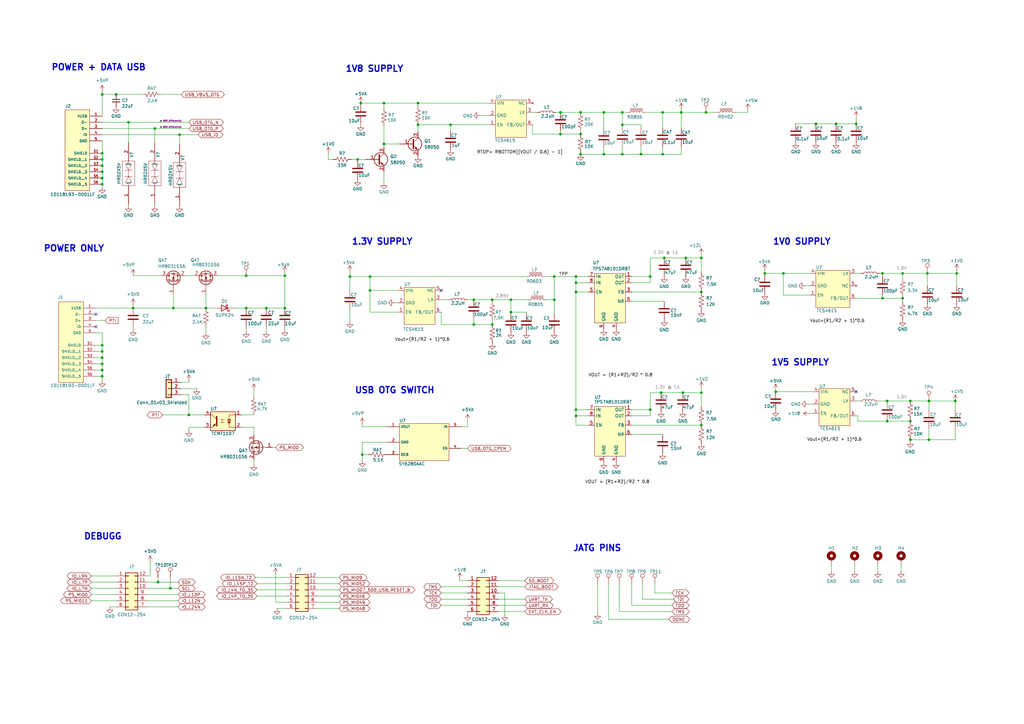
<source format=kicad_sch>
(kicad_sch (version 20230121) (generator eeschema)
  (paper "A3")
  (junction (at 171.45 51.181))
  (junction (at 171.45 42.291))
  (junction (at 41.91 70.485))
  (junction (at 201.93 122.936))
  (junction (at 279.4 46.101))
  (junction (at 381 164.465))
  (junction (at 373.38 164.465))
  (junction (at 116.84 113.03))
  (junction (at 287.655 119.761))
  (junction (at 313.69 112.141))
  (junction (at 381 180.34))
  (junction (at 255.27 46.101))
  (junction (at 229.87 54.991))
  (junction (at 41.91 67.945))
  (junction (at 361.95 122.301))
  (junction (at 236.22 113.411))
  (junction (at 247.65 46.101))
  (junction (at 41.91 154.305))
  (junction (at 361.95 112.141))
  (junction (at 147.955 42.291))
  (junction (at 236.22 119.761))
  (junction (at 370.205 122.301))
  (junction (at 201.93 133.096))
  (junction (at 151.765 113.411))
  (junction (at 54.61 126.365))
  (junction (at 47.625 38.735))
  (junction (at 227.33 113.411))
  (junction (at 157.48 59.055))
  (junction (at 77.47 170.18))
  (junction (at 41.91 146.685))
  (junction (at 41.91 75.565))
  (junction (at 318.135 160.655))
  (junction (at 238.125 46.101))
  (junction (at 238.125 54.991))
  (junction (at 287.655 105.791))
  (junction (at 363.855 164.465))
  (junction (at 287.655 174.371))
  (junction (at 73.66 55.245))
  (junction (at 148.59 186.436))
  (junction (at 272.415 105.791))
  (junction (at 373.38 172.72))
  (junction (at 64.77 238.76))
  (junction (at 380.365 112.141))
  (junction (at 41.91 65.405))
  (junction (at 69.85 241.3))
  (junction (at 236.22 170.561))
  (junction (at 116.84 126.365))
  (junction (at 209.55 128.016))
  (junction (at 287.655 161.036))
  (junction (at 109.22 126.365))
  (junction (at 52.705 50.165))
  (junction (at 392.43 112.141))
  (junction (at 100.965 113.03))
  (junction (at 41.91 151.765))
  (junction (at 238.125 63.246))
  (junction (at 391.795 164.465))
  (junction (at 373.38 180.34))
  (junction (at 41.91 62.865))
  (junction (at 351.155 50.8))
  (junction (at 209.55 122.936))
  (junction (at 321.31 112.141))
  (junction (at 41.91 73.025))
  (junction (at 271.145 161.036))
  (junction (at 143.51 113.411))
  (junction (at 280.035 161.036))
  (junction (at 236.22 115.951))
  (junction (at 41.91 38.735))
  (junction (at 281.305 105.791))
  (junction (at 146.685 65.405))
  (junction (at 41.91 149.225))
  (junction (at 194.31 122.936))
  (junction (at 100.965 126.365))
  (junction (at 71.12 126.365))
  (junction (at 271.78 46.101))
  (junction (at 262.89 63.246))
  (junction (at 266.7 113.411))
  (junction (at 236.22 168.021))
  (junction (at 184.785 51.181))
  (junction (at 194.31 133.096))
  (junction (at 370.205 112.141))
  (junction (at 41.91 141.605))
  (junction (at 271.78 63.246))
  (junction (at 41.91 144.145))
  (junction (at 255.27 63.246))
  (junction (at 227.33 122.936))
  (junction (at 63.5 52.705))
  (junction (at 157.48 42.291))
  (junction (at 289.56 46.101))
  (junction (at 334.645 50.8))
  (junction (at 266.7 168.021))
  (junction (at 342.9 50.8))
  (junction (at 255.27 51.181))
  (junction (at 151.765 119.126))
  (junction (at 229.87 46.101))
  (junction (at 247.65 63.246))
  (junction (at 84.455 126.365))
  (junction (at 363.855 172.72))
  (no_connect (at 180.975 119.126))
  (no_connect (at 351.155 160.655))
  (no_connect (at 39.37 133.985))
  (no_connect (at 39.37 128.905))
  (wire (pts (xy 259.08 174.371) (xy 287.655 174.371)))
  (wire (pts (xy 306.705 45.085) (xy 306.705 46.101)))
  (wire (pts (xy 146.685 65.405) (xy 149.86 65.405)))
  (wire (pts (xy 313.69 112.141) (xy 313.69 112.776)))
  (wire (pts (xy 151.765 113.411) (xy 151.765 119.126)))
  (wire (pts (xy 39.37 149.225) (xy 41.91 149.225)))
  (wire (pts (xy 41.91 50.165) (xy 52.705 50.165)))
  (wire (pts (xy 247.65 46.101) (xy 255.27 46.101)))
  (wire (pts (xy 158.75 181.356) (xy 148.59 181.356)))
  (wire (pts (xy 229.87 46.101) (xy 238.125 46.101)))
  (wire (pts (xy 39.37 126.365) (xy 54.61 126.365)))
  (wire (pts (xy 60.325 243.84) (xy 73.025 243.84)))
  (wire (pts (xy 249.555 239.395) (xy 249.555 254)))
  (wire (pts (xy 275.59 243.205) (xy 268.605 243.205)))
  (wire (pts (xy 361.95 112.141) (xy 370.205 112.141)))
  (wire (pts (xy 271.78 46.101) (xy 271.78 52.451)))
  (wire (pts (xy 340.995 234.315) (xy 340.995 231.775)))
  (wire (pts (xy 236.22 174.371) (xy 241.3 174.371)))
  (wire (pts (xy 264.795 46.101) (xy 271.78 46.101)))
  (wire (pts (xy 245.11 239.395) (xy 245.11 251.46)))
  (wire (pts (xy 236.22 113.411) (xy 236.22 115.951)))
  (wire (pts (xy 100.965 135.89) (xy 100.965 133.985)))
  (wire (pts (xy 236.22 170.561) (xy 236.22 174.371)))
  (wire (pts (xy 209.55 122.936) (xy 216.535 122.936)))
  (wire (pts (xy 171.45 51.181) (xy 184.785 51.181)))
  (wire (pts (xy 84.455 126.365) (xy 84.455 120.65)))
  (wire (pts (xy 45.085 248.92) (xy 47.625 248.92)))
  (wire (pts (xy 189.23 183.896) (xy 191.77 183.896)))
  (wire (pts (xy 370.205 122.301) (xy 370.205 123.571)))
  (wire (pts (xy 209.55 128.651) (xy 209.55 128.016)))
  (wire (pts (xy 342.9 50.8) (xy 351.155 50.8)))
  (wire (pts (xy 259.08 123.571) (xy 272.415 123.571)))
  (wire (pts (xy 61.595 230.505) (xy 61.595 236.22)))
  (wire (pts (xy 99.06 175.26) (xy 104.14 175.26)))
  (wire (pts (xy 276.225 245.745) (xy 263.525 245.745)))
  (wire (pts (xy 279.4 46.101) (xy 279.4 52.451)))
  (wire (pts (xy 255.27 46.101) (xy 255.27 51.181)))
  (wire (pts (xy 223.52 113.411) (xy 227.33 113.411)))
  (wire (pts (xy 351.155 122.301) (xy 361.95 122.301)))
  (wire (pts (xy 238.125 46.101) (xy 247.65 46.101)))
  (wire (pts (xy 262.89 63.246) (xy 255.27 63.246)))
  (wire (pts (xy 318.135 160.02) (xy 318.135 160.655)))
  (wire (pts (xy 157.48 42.291) (xy 171.45 42.291)))
  (wire (pts (xy 247.65 63.246) (xy 255.27 63.246)))
  (wire (pts (xy 180.975 122.936) (xy 184.15 122.936)))
  (wire (pts (xy 130.175 249.555) (xy 139.065 249.555)))
  (wire (pts (xy 180.975 248.285) (xy 191.77 248.285)))
  (wire (pts (xy 373.38 180.34) (xy 381 180.34)))
  (wire (pts (xy 360.68 112.141) (xy 361.95 112.141)))
  (wire (pts (xy 143.51 113.411) (xy 143.51 119.126)))
  (wire (pts (xy 180.975 240.665) (xy 191.77 240.665)))
  (wire (pts (xy 180.975 133.096) (xy 180.975 128.016)))
  (wire (pts (xy 180.975 245.745) (xy 191.77 245.745)))
  (wire (pts (xy 84.455 136.525) (xy 84.455 133.985)))
  (wire (pts (xy 63.5 84.455) (xy 63.5 83.82)))
  (wire (pts (xy 370.205 112.141) (xy 370.205 114.046)))
  (wire (pts (xy 39.37 131.445) (xy 43.18 131.445)))
  (wire (pts (xy 144.145 65.405) (xy 146.685 65.405)))
  (wire (pts (xy 271.145 161.036) (xy 280.035 161.036)))
  (wire (pts (xy 255.27 51.181) (xy 255.27 52.451)))
  (wire (pts (xy 52.705 84.455) (xy 52.705 83.82)))
  (wire (pts (xy 157.48 70.485) (xy 157.48 74.93)))
  (wire (pts (xy 104.775 236.855) (xy 117.475 236.855)))
  (wire (pts (xy 289.56 46.101) (xy 294.005 46.101)))
  (wire (pts (xy 373.38 172.72) (xy 373.38 172.085)))
  (wire (pts (xy 236.22 115.951) (xy 241.3 115.951)))
  (wire (pts (xy 363.855 164.465) (xy 373.38 164.465)))
  (wire (pts (xy 113.03 235.585) (xy 113.03 247.015)))
  (wire (pts (xy 287.655 111.506) (xy 287.655 105.791)))
  (wire (pts (xy 229.87 54.991) (xy 229.87 53.721)))
  (wire (pts (xy 351.155 50.8) (xy 351.155 48.26)))
  (wire (pts (xy 380.365 112.141) (xy 392.43 112.141)))
  (wire (pts (xy 238.125 63.246) (xy 238.125 62.611)))
  (wire (pts (xy 351.155 112.141) (xy 353.06 112.141)))
  (wire (pts (xy 77.47 175.26) (xy 83.82 175.26)))
  (wire (pts (xy 272.415 105.791) (xy 281.305 105.791)))
  (wire (pts (xy 259.08 119.761) (xy 287.655 119.761)))
  (wire (pts (xy 104.14 160.02) (xy 104.14 162.56)))
  (wire (pts (xy 351.8547 170.561) (xy 351.8547 172.72)))
  (wire (pts (xy 236.22 170.561) (xy 241.3 170.561)))
  (wire (pts (xy 148.59 188.976) (xy 148.59 186.436)))
  (wire (pts (xy 84.455 126.365) (xy 88.265 126.365)))
  (wire (pts (xy 157.48 59.055) (xy 163.83 59.055)))
  (wire (pts (xy 218.44 46.101) (xy 220.345 46.101)))
  (wire (pts (xy 104.14 170.18) (xy 99.06 170.18)))
  (wire (pts (xy 201.93 122.936) (xy 209.55 122.936)))
  (wire (pts (xy 171.45 42.291) (xy 200.66 42.291)))
  (wire (pts (xy 218.44 54.991) (xy 218.44 51.181)))
  (wire (pts (xy 180.975 243.205) (xy 191.77 243.205)))
  (wire (pts (xy 255.27 51.181) (xy 262.89 51.181)))
  (wire (pts (xy 171.45 51.181) (xy 171.45 53.975)))
  (wire (pts (xy 89.535 113.03) (xy 100.965 113.03)))
  (wire (pts (xy 39.37 144.145) (xy 41.91 144.145)))
  (wire (pts (xy 236.22 119.761) (xy 241.3 119.761)))
  (wire (pts (xy 41.91 151.765) (xy 41.91 154.305)))
  (wire (pts (xy 363.855 164.465) (xy 363.855 165.1)))
  (wire (pts (xy 370.205 122.301) (xy 361.95 122.301)))
  (wire (pts (xy 391.795 175.895) (xy 391.795 180.34)))
  (wire (pts (xy 151.765 128.016) (xy 163.195 128.016)))
  (wire (pts (xy 184.785 51.181) (xy 184.785 53.721)))
  (wire (pts (xy 47.625 38.735) (xy 58.42 38.735)))
  (wire (pts (xy 41.91 149.225) (xy 41.91 151.765)))
  (wire (pts (xy 147.955 42.291) (xy 147.955 42.926)))
  (wire (pts (xy 194.31 122.936) (xy 201.93 122.936)))
  (wire (pts (xy 204.47 250.825) (xy 215.265 250.825)))
  (wire (pts (xy 360.045 234.315) (xy 360.045 231.775)))
  (wire (pts (xy 134.62 65.405) (xy 134.62 62.865)))
  (wire (pts (xy 104.14 190.5) (xy 104.14 188.595)))
  (wire (pts (xy 238.125 63.246) (xy 247.65 63.246)))
  (wire (pts (xy 254 239.395) (xy 254 250.825)))
  (wire (pts (xy 116.84 113.03) (xy 116.84 126.365)))
  (wire (pts (xy 201.93 122.936) (xy 201.93 123.571)))
  (wire (pts (xy 41.91 67.945) (xy 41.91 70.485)))
  (wire (pts (xy 64.77 236.855) (xy 64.77 238.76)))
  (wire (pts (xy 41.91 37.465) (xy 41.91 38.735)))
  (wire (pts (xy 41.91 76.835) (xy 41.91 75.565)))
  (wire (pts (xy 41.91 55.245) (xy 73.66 55.245)))
  (wire (pts (xy 71.12 126.365) (xy 71.12 120.65)))
  (wire (pts (xy 326.39 50.8) (xy 334.645 50.8)))
  (wire (pts (xy 69.85 241.3) (xy 73.025 241.3)))
  (wire (pts (xy 392.43 112.141) (xy 392.43 117.221)))
  (wire (pts (xy 41.91 146.685) (xy 41.91 149.225)))
  (wire (pts (xy 227.33 113.411) (xy 236.22 113.411)))
  (wire (pts (xy 77.47 156.21) (xy 77.47 156.845)))
  (wire (pts (xy 224.155 122.936) (xy 227.33 122.936)))
  (wire (pts (xy 39.37 154.305) (xy 41.91 154.305)))
  (wire (pts (xy 39.37 141.605) (xy 41.91 141.605)))
  (wire (pts (xy 238.125 53.721) (xy 238.125 54.991)))
  (wire (pts (xy 227.965 46.101) (xy 229.87 46.101)))
  (wire (pts (xy 105.41 239.395) (xy 117.475 239.395)))
  (wire (pts (xy 391.795 164.465) (xy 391.795 168.275)))
  (wire (pts (xy 262.89 60.071) (xy 262.89 63.246)))
  (wire (pts (xy 151.765 113.411) (xy 215.9 113.411)))
  (wire (pts (xy 287.655 119.126) (xy 287.655 119.761)))
  (wire (pts (xy 39.37 151.765) (xy 41.91 151.765)))
  (wire (pts (xy 105.41 241.935) (xy 117.475 241.935)))
  (wire (pts (xy 39.37 146.685) (xy 41.91 146.685)))
  (wire (pts (xy 313.69 110.871) (xy 313.69 112.141)))
  (wire (pts (xy 130.175 239.395) (xy 139.065 239.395)))
  (wire (pts (xy 249.555 254) (xy 274.32 254)))
  (wire (pts (xy 73.66 55.245) (xy 73.66 59.055)))
  (wire (pts (xy 60.325 248.92) (xy 73.025 248.92)))
  (wire (pts (xy 266.7 161.036) (xy 271.145 161.036)))
  (wire (pts (xy 52.705 50.165) (xy 52.705 58.42)))
  (wire (pts (xy 41.91 47.625) (xy 41.91 38.735)))
  (wire (pts (xy 148.59 186.436) (xy 151.13 186.436)))
  (wire (pts (xy 113.03 183.515) (xy 111.76 183.515)))
  (wire (pts (xy 259.08 113.411) (xy 266.7 113.411)))
  (wire (pts (xy 180.975 133.096) (xy 194.31 133.096)))
  (wire (pts (xy 287.655 161.036) (xy 280.035 161.036)))
  (wire (pts (xy 60.325 238.76) (xy 64.77 238.76)))
  (wire (pts (xy 41.91 144.145) (xy 41.91 146.685)))
  (wire (pts (xy 77.47 156.845) (xy 74.295 156.845)))
  (wire (pts (xy 39.37 136.525) (xy 41.91 136.525)))
  (wire (pts (xy 318.135 160.655) (xy 333.375 160.655)))
  (wire (pts (xy 287.655 161.036) (xy 287.655 166.751)))
  (wire (pts (xy 392.43 110.871) (xy 392.43 112.141)))
  (wire (pts (xy 37.465 241.3) (xy 47.625 241.3)))
  (wire (pts (xy 370.205 112.141) (xy 380.365 112.141)))
  (wire (pts (xy 255.27 46.101) (xy 257.175 46.101)))
  (wire (pts (xy 83.82 170.18) (xy 77.47 170.18)))
  (wire (pts (xy 279.4 44.831) (xy 279.4 46.101)))
  (wire (pts (xy 287.655 104.521) (xy 287.655 105.791)))
  (wire (pts (xy 100.965 126.365) (xy 109.22 126.365)))
  (wire (pts (xy 77.47 170.18) (xy 66.675 170.18)))
  (wire (pts (xy 361.95 112.141) (xy 361.95 113.411)))
  (wire (pts (xy 247.65 46.101) (xy 247.65 52.705)))
  (wire (pts (xy 209.55 122.936) (xy 209.55 128.016)))
  (wire (pts (xy 266.7 115.951) (xy 266.7 113.411)))
  (wire (pts (xy 209.55 128.016) (xy 215.9 128.016)))
  (wire (pts (xy 201.93 131.191) (xy 201.93 133.096)))
  (wire (pts (xy 116.84 113.03) (xy 100.965 113.03)))
  (wire (pts (xy 266.7 113.411) (xy 266.7 105.791)))
  (wire (pts (xy 204.47 245.745) (xy 215.265 245.745)))
  (wire (pts (xy 189.23 175.006) (xy 191.77 175.006)))
  (wire (pts (xy 95.885 126.365) (xy 100.965 126.365)))
  (wire (pts (xy 41.91 70.485) (xy 41.91 73.025)))
  (wire (pts (xy 41.91 154.305) (xy 41.91 156.21)))
  (wire (pts (xy 37.465 236.22) (xy 47.625 236.22)))
  (wire (pts (xy 37.465 238.76) (xy 47.625 238.76)))
  (wire (pts (xy 157.48 51.816) (xy 157.48 59.055)))
  (wire (pts (xy 266.7 161.036) (xy 266.7 168.021)))
  (wire (pts (xy 380.365 112.141) (xy 380.365 117.221)))
  (wire (pts (xy 71.12 126.365) (xy 84.455 126.365)))
  (wire (pts (xy 275.59 250.825) (xy 254 250.825)))
  (wire (pts (xy 331.47 165.735) (xy 333.375 165.735)))
  (wire (pts (xy 143.51 111.506) (xy 143.51 113.411)))
  (wire (pts (xy 63.5 52.705) (xy 63.5 58.42)))
  (wire (pts (xy 188.595 238.125) (xy 191.77 238.125)))
  (wire (pts (xy 196.85 47.371) (xy 200.66 47.371)))
  (wire (pts (xy 113.03 247.015) (xy 117.475 247.015)))
  (wire (pts (xy 37.465 246.38) (xy 47.625 246.38)))
  (wire (pts (xy 361.95 121.031) (xy 361.95 122.301)))
  (wire (pts (xy 381 164.465) (xy 391.795 164.465)))
  (wire (pts (xy 287.655 159.131) (xy 287.655 161.036)))
  (wire (pts (xy 321.31 112.141) (xy 321.31 121.031)))
  (wire (pts (xy 54.61 126.365) (xy 71.12 126.365)))
  (wire (pts (xy 259.08 168.021) (xy 266.7 168.021)))
  (wire (pts (xy 313.69 112.141) (xy 321.31 112.141)))
  (wire (pts (xy 148.59 181.356) (xy 148.59 186.436)))
  (wire (pts (xy 151.765 119.126) (xy 163.195 119.126)))
  (wire (pts (xy 191.77 252.095) (xy 191.77 250.825)))
  (wire (pts (xy 61.595 236.22) (xy 60.325 236.22)))
  (wire (pts (xy 148.59 175.006) (xy 148.59 173.99)))
  (wire (pts (xy 236.22 115.951) (xy 236.22 119.761)))
  (wire (pts (xy 105.41 244.475) (xy 117.475 244.475)))
  (wire (pts (xy 77.47 161.925) (xy 77.47 170.18)))
  (wire (pts (xy 194.31 130.556) (xy 194.31 133.096)))
  (wire (pts (xy 151.765 119.126) (xy 151.765 128.016)))
  (wire (pts (xy 171.45 42.291) (xy 171.45 43.561)))
  (wire (pts (xy 287.655 105.791) (xy 281.305 105.791)))
  (wire (pts (xy 236.22 168.021) (xy 236.22 170.561)))
  (wire (pts (xy 113.665 249.555) (xy 117.475 249.555)))
  (wire (pts (xy 259.08 170.561) (xy 266.7 170.561)))
  (wire (pts (xy 381 164.465) (xy 381 168.275)))
  (wire (pts (xy 259.08 239.395) (xy 259.08 248.285)))
  (wire (pts (xy 74.295 38.735) (xy 66.04 38.735)))
  (wire (pts (xy 236.22 119.761) (xy 236.22 168.021)))
  (wire (pts (xy 321.31 112.141) (xy 332.105 112.141)))
  (wire (pts (xy 41.91 57.785) (xy 41.91 62.865)))
  (wire (pts (xy 54.61 113.03) (xy 66.04 113.03)))
  (wire (pts (xy 184.785 51.181) (xy 200.66 51.181)))
  (wire (pts (xy 64.77 238.76) (xy 73.025 238.76)))
  (wire (pts (xy 321.31 121.031) (xy 332.105 121.031)))
  (wire (pts (xy 69.85 236.855) (xy 69.85 241.3)))
  (wire (pts (xy 41.91 62.865) (xy 41.91 65.405)))
  (wire (pts (xy 207.01 252.095) (xy 207.01 243.205)))
  (wire (pts (xy 63.5 52.705) (xy 77.47 52.705)))
  (wire (pts (xy 73.66 55.245) (xy 81.28 55.245)))
  (wire (pts (xy 104.14 175.26) (xy 104.14 178.435)))
  (wire (pts (xy 130.175 236.855) (xy 139.065 236.855)))
  (wire (pts (xy 76.2 113.03) (xy 79.375 113.03)))
  (wire (pts (xy 227.33 128.651) (xy 227.33 122.936)))
  (wire (pts (xy 266.7 105.791) (xy 272.415 105.791)))
  (wire (pts (xy 271.78 60.071) (xy 271.78 63.246)))
  (wire (pts (xy 41.91 136.525) (xy 41.91 141.605)))
  (wire (pts (xy 351.8547 172.72) (xy 363.855 172.72)))
  (wire (pts (xy 41.91 52.705) (xy 63.5 52.705)))
  (wire (pts (xy 54.61 125.095) (xy 54.61 126.365)))
  (wire (pts (xy 77.47 161.925) (xy 74.295 161.925)))
  (wire (pts (xy 369.57 234.315) (xy 369.57 231.775)))
  (wire (pts (xy 77.47 176.53) (xy 77.47 175.26)))
  (wire (pts (xy 60.325 246.38) (xy 73.025 246.38)))
  (wire (pts (xy 360.045 164.465) (xy 363.855 164.465)))
  (wire (pts (xy 247.65 60.325) (xy 247.65 63.246)))
  (wire (pts (xy 332.105 169.545) (xy 333.375 169.545)))
  (wire (pts (xy 266.7 168.021) (xy 266.7 170.561)))
  (wire (pts (xy 191.77 122.936) (xy 194.31 122.936)))
  (wire (pts (xy 373.38 180.34) (xy 373.38 180.975)))
  (wire (pts (xy 306.705 46.101) (xy 301.625 46.101)))
  (wire (pts (xy 363.855 172.72) (xy 373.38 172.72)))
  (wire (pts (xy 204.47 240.665) (xy 215.265 240.665)))
  (wire (pts (xy 41.91 73.025) (xy 41.91 75.565)))
  (wire (pts (xy 332.105 117.221) (xy 330.2 117.221)))
  (wire (pts (xy 373.38 164.465) (xy 381 164.465)))
  (wire (pts (xy 263.525 245.745) (xy 263.525 239.395)))
  (wire (pts (xy 109.22 135.89) (xy 109.22 133.985)))
  (wire (pts (xy 147.955 42.291) (xy 157.48 42.291)))
  (wire (pts (xy 194.31 133.096) (xy 201.93 133.096)))
  (wire (pts (xy 218.44 54.991) (xy 229.87 54.991)))
  (wire (pts (xy 60.325 241.3) (xy 69.85 241.3)))
  (wire (pts (xy 351.155 164.465) (xy 352.425 164.465)))
  (wire (pts (xy 41.91 38.735) (xy 47.625 38.735)))
  (wire (pts (xy 147.955 50.546) (xy 147.955 51.181)))
  (wire (pts (xy 334.645 50.8) (xy 342.9 50.8)))
  (wire (pts (xy 229.87 54.991) (xy 238.125 54.991)))
  (wire (pts (xy 227.33 113.411) (xy 227.33 122.936)))
  (wire (pts (xy 134.62 65.405) (xy 136.525 65.405)))
  (wire (pts (xy 74.295 159.385) (xy 80.645 159.385)))
  (wire (pts (xy 116.84 133.985) (xy 116.84 135.255)))
  (wire (pts (xy 146.685 65.405) (xy 146.685 66.04)))
  (wire (pts (xy 259.08 115.951) (xy 266.7 115.951)))
  (wire (pts (xy 54.61 135.255) (xy 54.61 133.985)))
  (wire (pts (xy 37.465 243.84) (xy 47.625 243.84)))
  (wire (pts (xy 259.08 178.181) (xy 271.78 178.181)))
  (wire (pts (xy 109.22 126.365) (xy 116.84 126.365)))
  (wire (pts (xy 130.175 247.015) (xy 139.065 247.015)))
  (wire (pts (xy 236.22 168.021) (xy 241.3 168.021)))
  (wire (pts (xy 130.175 241.935) (xy 139.065 241.935)))
  (wire (pts (xy 279.4 60.071) (xy 279.4 63.246)))
  (wire (pts (xy 207.01 243.205) (xy 204.47 243.205)))
  (wire (pts (xy 262.89 51.181) (xy 262.89 52.451)))
  (wire (pts (xy 143.51 131.826) (xy 143.51 126.746)))
  (wire (pts (xy 215.9 128.016) (xy 215.9 128.651)))
  (wire (pts (xy 255.27 60.071) (xy 255.27 63.246)))
  (wire (pts (xy 41.91 65.405) (xy 41.91 67.945)))
  (wire (pts (xy 204.47 248.285) (xy 215.265 248.285)))
  (wire (pts (xy 236.22 113.411) (xy 241.3 113.411)))
  (wire (pts (xy 41.91 141.605) (xy 41.91 144.145)))
  (wire (pts (xy 157.48 42.291) (xy 157.48 44.196)))
  (wire (pts (xy 204.47 238.125) (xy 215.265 238.125)))
  (wire (pts (xy 130.175 244.475) (xy 139.065 244.475)))
  (wire (pts (xy 268.605 239.395) (xy 268.605 243.205)))
  (wire (pts (xy 161.925 124.206) (xy 163.195 124.206)))
  (wire (pts (xy 52.705 50.165) (xy 77.47 50.165)))
  (wire (pts (xy 350.52 234.315) (xy 350.52 231.775)))
  (wire (pts (xy 370.205 121.666) (xy 370.205 122.301)))
  (wire (pts (xy 351.155 170.561) (xy 351.8547 170.561)))
  (wire (pts (xy 158.75 175.006) (xy 148.59 175.006)))
  (wire (pts (xy 275.59 248.285) (xy 259.08 248.285)))
  (wire (pts (xy 143.51 113.411) (xy 151.765 113.411)))
  (wire (pts (xy 262.89 63.246) (xy 271.78 63.246)))
  (wire (pts (xy 191.77 172.466) (xy 191.77 175.006)))
  (wire (pts (xy 188.595 237.49) (xy 188.595 238.125)))
  (wire (pts (xy 381 175.895) (xy 381 180.34)))
  (wire (pts (xy 116.84 111.76) (xy 116.84 113.03)))
  (wire (pts (xy 391.795 180.34) (xy 381 180.34)))
  (wire (pts (xy 271.78 46.101) (xy 279.4 46.101)))
  (wire (pts (xy 279.4 46.101) (xy 289.56 46.101)))
  (wire (pts (xy 279.4 63.246) (xy 271.78 63.246)))
  (wire (pts (xy 157.48 59.055) (xy 157.48 60.325)))
  (text "1.3V @ 1A\n" (at 268.605 159.766 0) (effects (font (size 1.27 1.27)) (justify left bottom)))
  (text "POWER + DATA USB" (at 20.955 29.21 0) (effects (font (size 2.54 2.54) bold) (justify left bottom)))
  (text "RTOP= RBOTTOM[(VOUT / 0.6) - 1]" (at 195.58 63.246 0) (effects (font (size 1.27 1.27)) (justify left bottom)))
  (text "POWER ONLY" (at 17.78 103.505 0) (effects (font (size 2.54 2.54) bold) (justify left bottom)))
  (text "1V0 SUPPLY" (at 316.865 100.711 0) (effects (font (size 2.54 2.54) (thickness 0.508) bold) (justify left bottom)))
  (text "DEBUGG\n" (at 34.29 221.615 0) (effects (font (size 2.54 2.54) (thickness 0.508) bold) (justify left bottom)))
  (text "1.0V\n" (at 367.665 110.871 0) (effects (font (size 1.27 1.27)) (justify left bottom)))
  (text "1.3V @ 1A\n" (at 267.97 104.521 0) (effects (font (size 1.27 1.27)) (justify left bottom)))
  (text "JATG PINS\n " (at 234.95 230.505 0) (effects (font (size 2.54 2.54) (thickness 0.508) bold) (justify left bottom)))
  (text "Vout=(R1/R2 + 1)*0.6\n" (at 332.105 132.461 0) (effects (font (size 1.27 1.27)) (justify left bottom)))
  (text "2.85V\n" (at 203.2 122.301 0) (effects (font (size 1.27 1.27)) (justify left bottom)))
  (text "1V8 SUPPLY" (at 141.605 29.845 0) (effects (font (size 2.54 2.54) (thickness 0.508) bold) (justify left bottom)))
  (text "1.3V SUPPLY" (at 144.145 100.711 0) (effects (font (size 2.54 2.54) (thickness 0.508) bold) (justify left bottom)))
  (text "VOUT = (R1+R2)/R2 * 0.8\n" (at 241.3 154.686 0) (effects (font (size 1.27 1.27)) (justify left bottom)))
  (text "Vout=(R1/R2 + 1)*0.6\n" (at 161.925 140.081 0) (effects (font (size 1.27 1.27)) (justify left bottom)))
  (text "Vout=(R1/R2 + 1)*0.6\n" (at 330.9227 181.0882 0) (effects (font (size 1.27 1.27)) (justify left bottom)))
  (text "USB OTG SWITCH" (at 145.415 161.671 0) (effects (font (size 2.54 2.54) (thickness 0.508) bold) (justify left bottom)))
  (text "1V5 SUPPLY" (at 316.23 150.241 0) (effects (font (size 2.54 2.54) (thickness 0.508) bold) (justify left bottom)))
  (text "VOUT = (R1+R2)/R2 * 0.8\n" (at 240.03 198.501 0) (effects (font (size 1.27 1.27)) (justify left bottom)))
  (text "1.5V\n" (at 367.7084 163.7015 0) (effects (font (size 1.27 1.27)) (justify left bottom)))
  (label "TPP" (at 229.235 113.411 0))
  (global_label "PS_MI00" (shape bidirectional) (at 37.465 243.84 180) (property "Intersheetrefs" "${INTERSHEET_REFS}" (effects hide)))
  (global_label "TDO" (shape bidirectional) (at 180.975 245.745 180) (property "Intersheetrefs" "${INTERSHEET_REFS}" (effects hide)))
  (global_label "TDI" (shape bidirectional) (at 276.225 245.745 0) (property "Intersheetrefs" "${INTERSHEET_REFS}" (effects hide)))
  (global_label "USB_OTG_CPEN" (shape bidirectional) (at 191.77 183.896 0) (property "Intersheetrefs" "${INTERSHEET_REFS}" (effects hide)))
  (global_label "PS_MI049" (shape bidirectional) (at 139.065 247.015 0) (property "Intersheetrefs" "${INTERSHEET_REFS}" (effects hide)))
  (global_label "USB_VBUS_OTG" (shape bidirectional) (at 74.295 38.735 0) (property "Intersheetrefs" "${INTERSHEET_REFS}" (effects hide)))
  (global_label "IO_L7P" (shape bidirectional) (at 37.465 238.76 180) (property "Intersheetrefs" "${INTERSHEET_REFS}" (effects hide)))
  (global_label "SDA" (shape bidirectional) (at 73.025 238.76 0) (property "Intersheetrefs" "${INTERSHEET_REFS}" (effects hide)))
  (global_label "TMS" (shape bidirectional) (at 275.59 250.825 0) (property "Intersheetrefs" "${INTERSHEET_REFS}" (effects hide)))
  (global_label "IO_L4N_TO_35" (shape bidirectional) (at 105.41 241.935 180) (property "Intersheetrefs" "${INTERSHEET_REFS}" (effects hide)))
  (global_label "IO_L12N" (shape bidirectional) (at 73.025 246.38 0) (property "Intersheetrefs" "${INTERSHEET_REFS}" (effects hide)))
  (global_label "IO_L10P" (shape bidirectional) (at 73.025 243.84 0) (property "Intersheetrefs" "${INTERSHEET_REFS}" (effects hide)))
  (global_label "PS_MIO07_500_USB_RESET_B" (shape bidirectional) (at 139.065 241.935 0) (property "Intersheetrefs" "${INTERSHEET_REFS}" (effects hide)))
  (global_label "DONE" (shape bidirectional) (at 274.32 254 0) (property "Intersheetrefs" "${INTERSHEET_REFS}" (effects hide)))
  (global_label "PS_MI011" (shape bidirectional) (at 37.465 246.38 180) (property "Intersheetrefs" "${INTERSHEET_REFS}" (effects hide)))
  (global_label "USB_OTG_P" (shape bidirectional) (at 77.47 52.705 0) (property "Intersheetrefs" "${INTERSHEET_REFS}" (effects hide)))
  (global_label "USB_OTG_N" (shape bidirectional) (at 77.47 50.165 0) (property "Intersheetrefs" "${INTERSHEET_REFS}" (effects hide)))
  (global_label "IO_L4P_TO_35" (shape bidirectional) (at 105.41 244.475 180) (property "Intersheetrefs" "${INTERSHEET_REFS}" (effects hide)))
  (global_label "PTI" (shape bidirectional) (at 66.675 170.18 180) (property "Intersheetrefs" "${INTERSHEET_REFS}" (effects hide)))
  (global_label "IO_L9N" (shape bidirectional) (at 37.465 236.22 180) (property "Intersheetrefs" "${INTERSHEET_REFS}" (effects hide)))
  (global_label "EXT_CLK_EN" (shape bidirectional) (at 215.265 250.825 0) (property "Intersheetrefs" "${INTERSHEET_REFS}" (effects hide)))
  (global_label "UART_TX" (shape bidirectional) (at 215.265 245.745 0) (property "Intersheetrefs" "${INTERSHEET_REFS}" (effects hide)))
  (global_label "PS_MI048" (shape bidirectional) (at 139.065 249.555 0) (property "Intersheetrefs" "${INTERSHEET_REFS}" (effects hide)))
  (global_label "IO_L15P_T2" (shape bidirectional) (at 105.41 239.395 180) (property "Intersheetrefs" "${INTERSHEET_REFS}" (effects hide)))
  (global_label "PS_MI00" (shape bidirectional) (at 113.03 183.515 0) (property "Intersheetrefs" "${INTERSHEET_REFS}" (effects hide)))
  (global_label "TDI" (shape bidirectional) (at 180.975 248.285 180) (property "Intersheetrefs" "${INTERSHEET_REFS}" (effects hide)))
  (global_label "USB_ID" (shape bidirectional) (at 81.28 55.245 0) (property "Intersheetrefs" "${INTERSHEET_REFS}" (effects hide)))
  (global_label "SCL" (shape bidirectional) (at 73.025 241.3 0) (property "Intersheetrefs" "${INTERSHEET_REFS}" (effects hide)))
  (global_label "PTI" (shape input) (at 43.18 131.445 0) (property "Intersheetrefs" "${INTERSHEET_REFS}" (effects hide)))
  (global_label "TMS" (shape bidirectional) (at 180.975 240.665 180) (property "Intersheetrefs" "${INTERSHEET_REFS}" (effects hide)))
  (global_label "JTAG_BOOT" (shape bidirectional) (at 215.265 240.665 0) (property "Intersheetrefs" "${INTERSHEET_REFS}" (effects hide)))
  (global_label "IO_L24N" (shape bidirectional) (at 73.025 248.92 0) (property "Intersheetrefs" "${INTERSHEET_REFS}" (effects hide)))
  (global_label "UART_RX" (shape bidirectional) (at 215.265 248.285 0) (property "Intersheetrefs" "${INTERSHEET_REFS}" (effects hide)))
  (global_label "SD_BOOT" (shape bidirectional) (at 215.265 238.125 0) (property "Intersheetrefs" "${INTERSHEET_REFS}" (effects hide)))
  (global_label "TCK" (shape bidirectional) (at 180.975 243.205 180) (property "Intersheetrefs" "${INTERSHEET_REFS}" (effects hide)))
  (global_label "PS_MI09" (shape bidirectional) (at 139.065 236.855 0) (property "Intersheetrefs" "${INTERSHEET_REFS}" (effects hide)))
  (global_label "TDO" (shape bidirectional) (at 275.59 248.285 0) (property "Intersheetrefs" "${INTERSHEET_REFS}" (effects hide)))
  (global_label "IO_L15N_T2" (shape bidirectional) (at 104.775 236.855 180) (property "Intersheetrefs" "${INTERSHEET_REFS}" (effects hide)))
  (global_label "PS_MI052" (shape bidirectional) (at 139.065 239.395 0) (property "Intersheetrefs" "${INTERSHEET_REFS}" (effects hide)))
  (global_label "PS_MI046" (shape bidirectional) (at 139.065 244.475 0) (property "Intersheetrefs" "${INTERSHEET_REFS}" (effects hide)))
  (global_label "TCK" (shape bidirectional) (at 275.59 243.205 0) (property "Intersheetrefs" "${INTERSHEET_REFS}" (effects hide)))
  (global_label "IO_L7N" (shape bidirectional) (at 37.465 241.3 180) (property "Intersheetrefs" "${INTERSHEET_REFS}" (effects hide)))
  (netclass_flag "" (length 0.635) (shape dot) (at 66.04 52.705 0) (property "Netclass" "90R_Differential" (at 66.7385 52.07 0) (effects (font (size 0.635 0.635) italic) (justify left))))
  (netclass_flag "" (length 0.635) (shape dot) (at 66.04 50.165 0) (property "Netclass" "90R_Differential" (at 66.7385 49.53 0) (effects (font (size 0.635 0.635) italic) (justify left))))
  (symbol (lib_id "Device:C") (at 351.155 54.61 0) (unit 1)
    (property "Reference" "C?" (at 351.409 52.578 0) (effects (justify left)))
    (property "Value" "10uF" (at 351.409 56.642 0) (effects (justify left)))
    (property "Footprint" "Capacitor_SMD:C_0603_1608Metric_Pad1.08x0.95mm_HandSolder" (effects hide))
    (instances (project "[rishivg] PLUTOX_SDR-V1.0" (path "" (reference "C?") (unit 1)) (path "" (reference "C25") (unit 1))))
  )
  (symbol (lib_id "Device:C") (at 391.795 172.085 0) (unit 1)
    (property "Reference" "C?" (at 391.795 170.18 0) (effects (justify left)))
    (property "Value" "10uF" (at 392.049 174.117 0) (effects (justify left)))
    (property "Footprint" "Capacitor_SMD:C_0603_1608Metric_Pad1.08x0.95mm_HandSolder" (effects hide))
    (instances (project "[rishivg] PLUTOX_SDR-V1.0" (path "" (reference "C?") (unit 1)) (path "" (reference "C34") (unit 1))))
  )
  (symbol (lib_name "GND_1") (lib_id "power:GND") (at 271.145 168.656 0) (unit 1)
    (property "Reference" "#PWR?" (effects hide))
    (property "Value" "GND" (at 271.145 172.72 0))
    (instances (project "[rishivg] PLUTOX_SDR-V1.0" (path "" (reference "#PWR?") (unit 1)) (path "" (reference "#PWR047") (unit 1))))
  )
  (symbol (lib_name "GND_1") (lib_id "power:GND") (at 373.38 180.975 0) (unit 1)
    (property "Reference" "#PWR?" (effects hide))
    (property "Value" "GND" (at 373.253 185.293 0))
    (instances (project "[rishivg] PLUTOX_SDR-V1.0" (path "" (reference "#PWR?") (unit 1)) (path "" (reference "#PWR073") (unit 1))))
  )
  (symbol (lib_id "10118193-0001LF:10118193-0001LF") (at 29.21 133.985 0) (mirror y) (unit 1)
    (property "Reference" "J1" (at 24.765 121.92 0))
    (property "Value" "10118193-0001LF" (at 29.845 158.115 0))
    (property "Footprint" "Libraries:AMPHENOL_10118193-0001LF" (effects hide))
    (property "PARTREV" "E" (effects hide))
    (property "MANUFACTURER" "Amphenol FCI" (effects hide))
    (property "MAXIMUM_PACKAGE_HEIGHT" "2.55 mm" (effects hide))
    (property "STANDARD" "Manufacturer Recommendations" (effects hide))
  )
  (symbol (lib_id "Device:R_US") (at 370.205 127.381 0) (unit 1)
    (property "Reference" "R?" (at 372.11 126.111 0) (effects (justify left)))
    (property "Value" "4.7K" (at 372.11 128.651 0) (effects (justify left)))
    (property "Footprint" "Resistor_SMD:R_0402_1005Metric_Pad0.72x0.64mm_HandSolder" (effects hide))
    (instances (project "[rishivg] PLUTOX_SDR-V1.0" (path "" (reference "R?") (unit 1)) (path "" (reference "R13") (unit 1))))
  )
  (symbol (lib_id "Connector_Generic:Conn_02x06_Counter_Clockwise") (at 196.85 243.205 0) (unit 1)
    (property "Reference" "J?" (at 198.12 234.315 0))
    (property "Value" "CON12-254" (at 199.39 254 0))
    (property "Footprint" "Connector_PinHeader_2.54mm:PinHeader_2x06_P2.54mm_Vertical" (effects hide))
    (instances (project "[rishivg] PLUTOX_SDR-V1.0" (path "" (reference "J?") (unit 1)) (path "" (reference "J5") (unit 1))))
  )
  (symbol (lib_id "Device:L_Iron") (at 219.71 113.411 90) (unit 1)
    (property "Reference" "L?" (at 219.202 110.617 90))
    (property "Value" "R0603" (at 219.075 115.316 90))
    (property "Footprint" "Inductor_SMD:L_0603_1608Metric_Pad1.05x0.95mm_HandSolder" (effects hide))
    (instances (project "[rishivg] PLUTOX_SDR-V1.0" (path "" (reference "L?") (unit 1)) (path "" (reference "L2") (unit 1))))
  )
  (symbol (lib_name "GND_1") (lib_id "power:GND") (at 157.48 74.93 0) (unit 1)
    (property "Reference" "#PWR?" (effects hide))
    (property "Value" "GND" (at 157.48 78.74 0))
    (instances (project "[rishivg] PLUTOX_SDR-V1.0" (path "" (reference "#PWR?") (unit 1)) (path "" (reference "#PWR029") (unit 1))))
  )
  (symbol (lib_id "Device:L_Iron") (at 220.345 122.936 90) (unit 1)
    (property "Reference" "L?" (at 219.837 120.269 90))
    (property "Value" "R0805" (at 219.71 124.841 90))
    (property "Footprint" "Inductor_SMD:L_0805_2012Metric_Pad1.05x1.20mm_HandSolder" (effects hide))
    (instances (project "[rishivg] PLUTOX_SDR-V1.0" (path "" (reference "L?") (unit 1)) (path "" (reference "L3") (unit 1))))
  )
  (symbol (lib_id "power:+5VP") (at 54.61 113.03 0) (unit 1)
    (property "Reference" "#PWR03" (effects hide))
    (property "Value" "VIN_5V_USB_DATA" (at 52.705 108.585 0))
  )
  (symbol (lib_name "SOT23_MOSFET_1") (lib_id "PLUTOX_SDR SCH LIB 2:SOT23_MOSFET") (at 104.14 183.515 90) (mirror x) (unit 1)
    (property "Reference" "QA?" (at 99.695 184.785 90))
    (property "Value" "HR8031GS6" (at 95.885 187.325 90))
    (property "Footprint" "Libraries:HR8031GS6" (effects hide))
    (instances (project "[rishivg] PLUTOX_SDR-V1.0" (path "" (reference "QA?") (unit 1)) (path "" (reference "QA3") (unit 1))))
  )
  (symbol (lib_id "Device:R_US") (at 373.38 168.275 0) (unit 1)
    (property "Reference" "R?" (at 374.7091 167.6278 0) (effects (justify left)))
    (property "Value" "15K" (at 374.6012 169.8282 0) (effects (justify left)))
    (property "Footprint" "Resistor_SMD:R_0402_1005Metric_Pad0.72x0.64mm_HandSolder" (effects hide))
    (instances (project "[rishivg] PLUTOX_SDR-V1.0" (path "" (reference "R?") (unit 1)) (path "" (reference "R14") (unit 1))))
  )
  (symbol (lib_id "PLUTOX_SDR SCH LIB 2:TVS_0402") (at 52.705 82.55 90) (unit 1)
    (property "Reference" "V?" (at 53.975 62.23 0) (effects (justify right)))
    (property "Value" "HR02X5V" (at 48.768 71.12 0))
    (property "Footprint" "Libraries:HR02X5V" (effects hide))
    (instances (project "[rishivg] PLUTOX_SDR-V1.0" (path "" (reference "V?") (unit 1)) (path "" (reference "V1") (unit 1))))
  )
  (symbol (lib_id "Connector:TestPoint") (at 100.965 113.03 0) (unit 1)
    (property "Reference" "TP1" (at 98.806 108.077 0) (effects (justify left)))
    (property "Value" "TestPoint" (effects hide))
    (property "Footprint" "TestPoint:TestPoint_Pad_D1.0mm" (effects hide))
  )
  (symbol (lib_id "PLUTOX_SDR SCH LIB 2:TVS_0402") (at 63.5 82.55 90) (unit 1)
    (property "Reference" "V?" (at 64.77 62.23 0) (effects (justify right)))
    (property "Value" "HR02X5V" (at 59.69 71.12 0))
    (property "Footprint" "Libraries:HR02X5V" (effects hide))
    (instances (project "[rishivg] PLUTOX_SDR-V1.0" (path "" (reference "V?") (unit 1)) (path "" (reference "V2") (unit 1))))
  )
  (symbol (lib_name "GND_1") (lib_id "power:GND") (at 330.2 117.221 270) (unit 1)
    (property "Reference" "#PWR?" (effects hide))
    (property "Value" "GND" (at 325.12 117.221 90))
    (instances (project "[rishivg] PLUTOX_SDR-V1.0" (path "" (reference "#PWR?") (unit 1)) (path "" (reference "#PWR068") (unit 1))))
  )
  (symbol (lib_name "+5VA_4") (lib_id "power:+5VA") (at 77.47 156.21 0) (mirror y) (unit 1)
    (property "Reference" "#PWR?" (effects hide))
    (property "Value" "+5V IN" (at 77.47 152.4 0))
    (instances (project "[rishivg] PLUTOX_SDR-V1.0" (path "" (reference "#PWR?") (unit 1)) (path "" (reference "#PWR012") (unit 1))))
  )
  (symbol (lib_name "GND_1") (lib_id "power:GND") (at 209.55 136.271 0) (unit 1)
    (property "Reference" "#PWR?" (effects hide))
    (property "Value" "GND" (at 209.55 140.335 0))
    (instances (project "[rishivg] PLUTOX_SDR-V1.0" (path "" (reference "#PWR?") (unit 1)) (path "" (reference "#PWR036") (unit 1))))
  )
  (symbol (lib_id "Device:L") (at 356.87 112.141 90) (unit 1)
    (property "Reference" "L?" (at 356.362 109.728 90))
    (property "Value" "2.2uH" (at 357.378 113.538 90))
    (property "Footprint" "Inductor_SMD:L_0603_1608Metric_Pad1.05x0.95mm_HandSolder" (effects hide))
    (instances (project "[rishivg] PLUTOX_SDR-V1.0" (path "" (reference "L?") (unit 1)) (path "" (reference "L8") (unit 1))))
  )
  (symbol (lib_name "GND_1") (lib_id "power:GND") (at 63.5 84.455 0) (unit 1)
    (property "Reference" "#PWR?" (effects hide))
    (property "Value" "GND" (at 63.5 88.265 0))
    (instances (project "[rishivg] PLUTOX_SDR-V1.0" (path "" (reference "#PWR?") (unit 1)) (path "" (reference "#PWR09") (unit 1))))
  )
  (symbol (lib_id "Transistor_BJT:2N3055") (at 168.91 59.055 0) (unit 1)
    (property "Reference" "Q1" (at 173.99 57.785 0) (effects (justify left)))
    (property "Value" "S8050" (at 173.99 60.325 0) (effects (justify left)))
    (property "Footprint" "Package_TO_SOT_SMD:SOT-23" (effects hide))
    (property "Datasheet" "http://www.onsemi.com/pub_link/Collateral/2N3055-D.PDF" (effects hide))
  )
  (symbol (lib_id "power:+12L") (at 287.655 104.521 0) (unit 1)
    (property "Reference" "#PWR056" (effects hide))
    (property "Value" "IP3_SUPPLY_A" (at 282.575 100.711 0) (effects (justify left)))
  )
  (symbol (lib_id "Mechanical:MountingHole_Pad") (at 350.52 229.235 0) (unit 1)
    (property "Reference" "H2" (at 349.25 224.79 0) (effects (justify left)))
    (property "Value" "MountingHole_Pad" (effects hide))
    (property "Footprint" "MountingHole:MountingHole_2.5mm_Pad" (effects hide))
  )
  (symbol (lib_id "Mechanical:MountingHole_Pad") (at 369.57 229.235 0) (unit 1)
    (property "Reference" "H4" (at 368.3 224.79 0) (effects (justify left)))
    (property "Value" "MountingHole_Pad" (effects hide))
    (property "Footprint" "MountingHole:MountingHole_2.5mm_Pad" (effects hide))
  )
  (symbol (lib_id "Connector:TestPoint") (at 263.525 239.395 0) (unit 1)
    (property "Reference" "TP9" (at 261.366 234.442 0) (effects (justify left)))
    (property "Value" "TestPoint" (effects hide))
    (property "Footprint" "TestPoint:TestPoint_Pad_D1.0mm" (effects hide))
  )
  (symbol (lib_id "Isolator:TCMT1107") (at 91.44 172.72 0) (mirror y) (unit 1)
    (property "Reference" "U?" (at 87.63 167.64 0))
    (property "Value" "TCMT1107" (at 91.44 177.8 0))
    (property "Footprint" "Package_SO:SOP-4_4.4x2.6mm_P1.27mm" (effects hide))
    (property "Datasheet" "http://www.vishay.com/docs/83510/tcmt1100.pdf" (effects hide))
    (instances (project "[rishivg] PLUTOX_SDR-V1.0" (path "" (reference "U?") (unit 1)) (path "" (reference "U1") (unit 1))))
  )
  (symbol (lib_name "+5VA_15") (lib_id "power:+5VA") (at 147.955 42.291 0) (unit 1)
    (property "Reference" "#PWR?" (effects hide))
    (property "Value" "+5V IN" (at 147.955 38.481 0))
    (instances (project "[rishivg] PLUTOX_SDR-V1.0" (path "" (reference "#PWR?") (unit 1)) (path "" (reference "#PWR025") (unit 1))))
  )
  (symbol (lib_id "Device:C") (at 380.365 121.031 0) (unit 1)
    (property "Reference" "C?" (at 380.619 118.999 0) (effects (justify left)))
    (property "Value" "10uF" (at 380.619 123.063 0) (effects (justify left)))
    (property "Footprint" "Capacitor_SMD:C_0603_1608Metric_Pad1.08x0.95mm_HandSolder" (effects hide))
    (instances (project "[rishivg] PLUTOX_SDR-V1.0" (path "" (reference "C?") (unit 1)) (path "" (reference "C32") (unit 1))))
  )
  (symbol (lib_name "GND_1") (lib_id "power:GND") (at 272.415 113.411 0) (unit 1)
    (property "Reference" "#PWR?" (effects hide))
    (property "Value" "GND" (at 272.415 117.475 0))
    (instances (project "[rishivg] PLUTOX_SDR-V1.0" (path "" (reference "#PWR?") (unit 1)) (path "" (reference "#PWR049") (unit 1))))
  )
  (symbol (lib_name "TCS4615_2") (lib_id "PLUTOX_SDR SCH LIB:TCS4615") (at 339.725 165.735 0) (unit 1)
    (property "Reference" "U?" (at 337.312 158.369 0))
    (property "Value" "TCS4615" (at 340.487 175.768 0))
    (property "Footprint" "Libraries:TCS4615" (effects hide))
    (instances (project "[rishivg] PLUTOX_SDR-V1.0" (path "" (reference "U?") (unit 1)) (path "" (reference "U7") (unit 1))))
  )
  (symbol (lib_name "GND_1") (lib_id "power:GND") (at 342.9 58.42 0) (unit 1)
    (property "Reference" "#PWR?" (effects hide))
    (property "Value" "GND" (at 342.9 62.23 0))
    (instances (project "[rishivg] PLUTOX_SDR-V1.0" (path "" (reference "#PWR?") (unit 1)) (path "" (reference "#PWR046") (unit 1))))
  )
  (symbol (lib_id "Device:L_Iron") (at 260.985 46.101 90) (unit 1)
    (property "Reference" "L?" (at 260.604 43.307 90))
    (property "Value" "R0805" (at 260.35 48.006 90))
    (property "Footprint" "Inductor_SMD:L_0805_2012Metric_Pad1.05x1.20mm_HandSolder" (effects hide))
    (instances (project "[rishivg] PLUTOX_SDR-V1.0" (path "" (reference "L?") (unit 1)) (path "" (reference "L5") (unit 1))))
  )
  (symbol (lib_id "Connector:TestPoint") (at 64.77 236.855 0) (unit 1)
    (property "Reference" "TP10" (at 63.5 231.775 0) (effects (justify left)))
    (property "Value" "TestPoint" (effects hide))
    (property "Footprint" "TestPoint:TestPoint_Pad_D1.0mm" (effects hide))
  )
  (symbol (lib_id "Device:C") (at 271.78 181.991 0) (unit 1)
    (property "Reference" "C?" (at 274.955 181.991 0) (effects (justify left)))
    (property "Value" "10nF" (at 274.955 183.896 0) (effects (justify left)))
    (property "Footprint" "Capacitor_SMD:C_0402_1005Metric_Pad0.74x0.62mm_HandSolder" (effects hide))
    (instances (project "[rishivg] PLUTOX_SDR-V1.0" (path "" (reference "C?") (unit 1)) (path "" (reference "C22") (unit 1))))
  )
  (symbol (lib_name "GND_1") (lib_id "power:GND") (at 281.305 113.411 0) (unit 1)
    (property "Reference" "#PWR?" (effects hide))
    (property "Value" "GND" (at 281.305 117.475 0))
    (instances (project "[rishivg] PLUTOX_SDR-V1.0" (path "" (reference "#PWR?") (unit 1)) (path "" (reference "#PWR055") (unit 1))))
  )
  (symbol (lib_id "Connector:TestPoint") (at 268.605 239.395 0) (unit 1)
    (property "Reference" "TP11" (at 266.446 234.442 0) (effects (justify left)))
    (property "Value" "TestPoint" (effects hide))
    (property "Footprint" "TestPoint:TestPoint_Pad_D1.0mm" (effects hide))
  )
  (symbol (lib_id "Device:C") (at 194.31 126.746 0) (unit 1)
    (property "Reference" "C?" (at 194.437 124.841 0) (effects (justify left)))
    (property "Value" "100pF" (at 194.31 128.905 0) (effects (justify left)))
    (property "Footprint" "Capacitor_SMD:C_0402_1005Metric_Pad0.74x0.62mm_HandSolder" (effects hide))
    (instances (project "[rishivg] PLUTOX_SDR-V1.0" (path "" (reference "C?") (unit 1)) (path "" (reference "C10") (unit 1))))
  )
  (symbol (lib_name "GND_1") (lib_id "power:GND") (at 73.66 84.455 0) (unit 1)
    (property "Reference" "#PWR?" (effects hide))
    (property "Value" "GND" (at 73.66 88.265 0))
    (instances (project "[rishivg] PLUTOX_SDR-V1.0" (path "" (reference "#PWR?") (unit 1)) (path "" (reference "#PWR010") (unit 1))))
  )
  (symbol (lib_id "power:+VSW") (at 306.705 45.085 0) (unit 1)
    (property "Reference" "#PWR027" (effects hide))
    (property "Value" "VDD_INTERFACE" (at 308.0973 41.204 0))
  )
  (symbol (lib_id "Device:R_US") (at 238.125 58.801 0) (unit 1)
    (property "Reference" "R?" (at 239.776 58.166 0) (effects (justify left)))
    (property "Value" "10K" (at 239.649 60.071 0) (effects (justify left)))
    (property "Footprint" "Resistor_SMD:R_0402_1005Metric_Pad0.72x0.64mm_HandSolder" (effects hide))
    (instances (project "[rishivg] PLUTOX_SDR-V1.0" (path "" (reference "R?") (unit 1)) (path "" (reference "R7") (unit 1))))
  )
  (symbol (lib_id "Device:C") (at 229.87 49.911 0) (unit 1)
    (property "Reference" "C?" (at 229.997 48.006 0) (effects (justify left)))
    (property "Value" "100pF" (at 230.251 51.943 0) (effects (justify left)))
    (property "Footprint" "Capacitor_SMD:C_0402_1005Metric_Pad0.74x0.62mm_HandSolder" (effects hide))
    (instances (project "[rishivg] PLUTOX_SDR-V1.0" (path "" (reference "C?") (unit 1)) (path "" (reference "C14") (unit 1))))
  )
  (symbol (lib_id "Device:R_US") (at 201.93 136.906 0) (unit 1)
    (property "Reference" "R?" (at 203.2 135.636 0) (effects (justify left)))
    (property "Value" "2K" (at 203.2 137.541 0) (effects (justify left)))
    (property "Footprint" "Resistor_SMD:R_0402_1005Metric_Pad0.72x0.64mm_HandSolder" (effects hide))
    (instances (project "[rishivg] PLUTOX_SDR-V1.0" (path "" (reference "R?") (unit 1)) (path "" (reference "R5") (unit 1))))
  )
  (symbol (lib_id "Connector_Generic:Conn_02x06_Counter_Clockwise") (at 122.555 241.935 0) (unit 1)
    (property "Reference" "J?" (at 122.555 233.68 0))
    (property "Value" "CON12-254" (at 124.46 253.365 0))
    (property "Footprint" "Connector_PinHeader_2.54mm:PinHeader_2x06_P2.54mm_Vertical" (effects hide))
    (instances (project "[rishivg] PLUTOX_SDR-V1.0" (path "" (reference "J?") (unit 1)) (path "" (reference "J6") (unit 1))))
  )
  (symbol (lib_name "+1V8_2") (lib_id "power:+1V8") (at 332.105 169.545 90) (unit 1)
    (property "Reference" "#PWR?" (effects hide))
    (property "Value" "VCC1V8" (at 325.628 169.545 90))
    (instances (project "[rishivg] PLUTOX_SDR-V1.0" (path "" (reference "#PWR?") (unit 1)) (path "" (reference "#PWR070") (unit 1))))
  )
  (symbol (lib_name "GND_1") (lib_id "power:GND") (at 369.57 234.315 0) (unit 1)
    (property "Reference" "#PWR?" (effects hide))
    (property "Value" "GND" (at 369.57 238.379 0))
    (instances (project "[rishivg] PLUTOX_SDR-V1.0" (path "" (reference "#PWR?") (unit 1)) (path "" (reference "#PWR071") (unit 1))))
  )
  (symbol (lib_name "GND_1") (lib_id "power:GND") (at 116.84 135.255 0) (unit 1)
    (property "Reference" "#PWR?" (effects hide))
    (property "Value" "GND" (at 116.84 139.319 0))
    (instances (project "[rishivg] PLUTOX_SDR-V1.0" (path "" (reference "#PWR?") (unit 1)) (path "" (reference "#PWR020") (unit 1))))
  )
  (symbol (lib_name "GND_1") (lib_id "power:GND") (at 313.69 120.396 0) (unit 1)
    (property "Reference" "#PWR?" (effects hide))
    (property "Value" "GND" (at 313.69 124.206 0))
    (instances (project "[rishivg] PLUTOX_SDR-V1.0" (path "" (reference "#PWR?") (unit 1)) (path "" (reference "#PWR063") (unit 1))))
  )
  (symbol (lib_name "GND_1") (lib_id "power:GND") (at 247.65 135.001 0) (unit 1)
    (property "Reference" "#PWR?" (effects hide))
    (property "Value" "GND" (at 247.65 139.065 0))
    (instances (project "[rishivg] PLUTOX_SDR-V1.0" (path "" (reference "#PWR?") (unit 1)) (path "" (reference "#PWR040") (unit 1))))
  )
  (symbol (lib_name "GND_1") (lib_id "power:GND") (at 340.995 234.315 0) (unit 1)
    (property "Reference" "#PWR?" (effects hide))
    (property "Value" "GND" (at 340.995 238.379 0))
    (instances (project "[rishivg] PLUTOX_SDR-V1.0" (path "" (reference "#PWR?") (unit 1)) (path "" (reference "#PWR061") (unit 1))))
  )
  (symbol (lib_name "GND_1") (lib_id "power:GND") (at 215.9 136.271 0) (unit 1)
    (property "Reference" "#PWR?" (effects hide))
    (property "Value" "GND" (at 215.9 140.335 0))
    (instances (project "[rishivg] PLUTOX_SDR-V1.0" (path "" (reference "#PWR?") (unit 1)) (path "" (reference "#PWR037") (unit 1))))
  )
  (symbol (lib_id "Device:C") (at 342.9 54.61 0) (unit 1)
    (property "Reference" "C?" (at 343.154 52.578 0) (effects (justify left)))
    (property "Value" "0.1uF" (at 343.281 56.896 0) (effects (justify left)))
    (property "Footprint" "Capacitor_SMD:C_0402_1005Metric_Pad0.74x0.62mm_HandSolder" (effects hide))
    (instances (project "[rishivg] PLUTOX_SDR-V1.0" (path "" (reference "C?") (unit 1)) (path "" (reference "C20") (unit 1))))
  )
  (symbol (lib_id "Connector:TestPoint") (at 69.85 236.855 0) (unit 1)
    (property "Reference" "TP12" (at 67.945 231.775 0) (effects (justify left)))
    (property "Value" "TestPoint" (effects hide))
    (property "Footprint" "TestPoint:TestPoint_Pad_D1.0mm" (effects hide))
  )
  (symbol (lib_name "+1V8_1") (lib_id "power:+1V8") (at 351.155 48.26 0) (unit 1)
    (property "Reference" "#PWR?" (effects hide))
    (property "Value" "VCC1V8" (at 351.028 44.45 0))
    (instances (project "[rishivg] PLUTOX_SDR-V1.0" (path "" (reference "#PWR?") (unit 1)) (path "" (reference "#PWR051") (unit 1))))
  )
  (symbol (lib_id "Device:R_US") (at 62.23 38.735 270) (mirror x) (unit 1)
    (property "Reference" "RA?" (at 60.325 36.195 90) (effects (justify left)))
    (property "Value" "2.4K" (at 60.325 41.275 90) (effects (justify left)))
    (property "Footprint" "Resistor_SMD:R_0402_1005Metric_Pad0.72x0.64mm_HandSolder" (effects hide))
    (instances (project "[rishivg] PLUTOX_SDR-V1.0" (path "" (reference "RA?") (unit 1)) (path "" (reference "RA1") (unit 1))))
  )
  (symbol (lib_name "+5VA_2") (lib_id "power:+5VA") (at 313.69 110.871 0) (unit 1)
    (property "Reference" "#PWR?" (effects hide))
    (property "Value" "+5V IN" (at 313.436 107.315 0))
    (instances (project "[rishivg] PLUTOX_SDR-V1.0" (path "" (reference "#PWR?") (unit 1)) (path "" (reference "#PWR062") (unit 1))))
  )
  (symbol (lib_id "Device:C") (at 279.4 56.261 0) (unit 1)
    (property "Reference" "CA?" (at 279.527 54.356 0) (effects (justify left)))
    (property "Value" "10uF" (at 279.654 58.293 0) (effects (justify left)))
    (property "Footprint" "Capacitor_SMD:C_0603_1608Metric_Pad1.08x0.95mm_HandSolder" (effects hide))
    (instances (project "[rishivg] PLUTOX_SDR-V1.0" (path "" (reference "CA?") (unit 1)) (path "" (reference "CA2") (unit 1))))
  )
  (symbol (lib_name "GND_1") (lib_id "power:GND") (at 184.785 61.341 0) (unit 1)
    (property "Reference" "#PWR?" (effects hide))
    (property "Value" "GND" (at 184.785 65.151 0))
    (instances (project "[rishivg] PLUTOX_SDR-V1.0" (path "" (reference "#PWR?") (unit 1)) (path "" (reference "#PWR032") (unit 1))))
  )
  (symbol (lib_id "Mechanical:MountingHole_Pad") (at 360.045 229.235 0) (unit 1)
    (property "Reference" "H3" (at 358.775 224.79 0) (effects (justify left)))
    (property "Value" "MountingHole_Pad" (effects hide))
    (property "Footprint" "MountingHole:MountingHole_2.5mm_Pad" (effects hide))
  )
  (symbol (lib_id "Device:R_US") (at 104.14 166.37 0) (mirror y) (unit 1)
    (property "Reference" "RA?" (at 109.22 165.735 0) (effects (justify left)))
    (property "Value" "4.7K" (at 109.855 167.64 0) (effects (justify left)))
    (property "Footprint" "Resistor_SMD:R_0603_1608Metric_Pad0.98x0.95mm_HandSolder" (effects hide))
    (instances (project "[rishivg] PLUTOX_SDR-V1.0" (path "" (reference "RA?") (unit 1)) (path "" (reference "RA3") (unit 1))))
  )
  (symbol (lib_id "Device:R_US") (at 154.94 186.436 270) (unit 1)
    (property "Reference" "RA?" (at 154.7802 184.5216 90))
    (property "Value" "5.1K" (at 155.1615 188.6376 90))
    (property "Footprint" "Resistor_SMD:R_0603_1608Metric_Pad0.98x0.95mm_HandSolder" (effects hide))
    (instances (project "[rishivg] PLUTOX_SDR-V1.0" (path "" (reference "RA?") (unit 1)) (path "" (reference "RA4") (unit 1))))
  )
  (symbol (lib_id "Connector:TestPoint") (at 259.08 239.395 0) (unit 1)
    (property "Reference" "TP8" (at 256.921 234.442 0) (effects (justify left)))
    (property "Value" "TestPoint" (effects hide))
    (property "Footprint" "TestPoint:TestPoint_Pad_D1.0mm" (effects hide))
  )
  (symbol (lib_id "Device:L") (at 224.155 46.101 90) (unit 1)
    (property "Reference" "L?" (at 224.282 43.942 90))
    (property "Value" "2.2uH" (at 224.663 47.625 90))
    (property "Footprint" "Inductor_SMD:L_0603_1608Metric_Pad1.05x0.95mm_HandSolder" (effects hide))
    (instances (project "[rishivg] PLUTOX_SDR-V1.0" (path "" (reference "L?") (unit 1)) (path "" (reference "L4") (unit 1))))
  )
  (symbol (lib_id "Device:C") (at 271.78 56.261 0) (unit 1)
    (property "Reference" "CA?" (at 271.907 54.102 0) (effects (justify left)))
    (property "Value" "0.1uF" (at 271.907 58.42 0) (effects (justify left)))
    (property "Footprint" "Capacitor_SMD:C_0402_1005Metric_Pad0.74x0.62mm_HandSolder" (effects hide))
    (instances (project "[rishivg] PLUTOX_SDR-V1.0" (path "" (reference "CA?") (unit 1)) (path "" (reference "CA1") (unit 1))))
  )
  (symbol (lib_id "Device:C") (at 392.43 121.031 0) (unit 1)
    (property "Reference" "C?" (at 392.684 118.999 0) (effects (justify left)))
    (property "Value" "10uF" (at 392.684 122.936 0) (effects (justify left)))
    (property "Footprint" "Capacitor_SMD:C_0603_1608Metric_Pad1.08x0.95mm_HandSolder" (effects hide))
    (instances (project "[rishivg] PLUTOX_SDR-V1.0" (path "" (reference "C?") (unit 1)) (path "" (reference "C35") (unit 1))))
  )
  (symbol (lib_name "GND_1") (lib_id "power:GND") (at 271.78 185.801 0) (unit 1)
    (property "Reference" "#PWR?" (effects hide))
    (property "Value" "GND" (at 271.78 189.865 0))
    (instances (project "[rishivg] PLUTOX_SDR-V1.0" (path "" (reference "#PWR?") (unit 1)) (path "" (reference "#PWR048") (unit 1))))
  )
  (symbol (lib_name "GND_1") (lib_id "power:GND") (at 45.085 248.92 0) (unit 1)
    (property "Reference" "#PWR?" (effects hide))
    (property "Value" "GND" (at 45.085 252.73 0))
    (instances (project "[rishivg] PLUTOX_SDR-V1.0" (path "" (reference "#PWR?") (unit 1)) (path "" (reference "#PWR082") (unit 1))))
  )
  (symbol (lib_name "GND_1") (lib_id "power:GND") (at 287.655 127.381 0) (unit 1)
    (property "Reference" "#PWR?" (effects hide))
    (property "Value" "GND" (at 287.655 131.445 0))
    (instances (project "[rishivg] PLUTOX_SDR-V1.0" (path "" (reference "#PWR?") (unit 1)) (path "" (reference "#PWR057") (unit 1))))
  )
  (symbol (lib_id "10118193-0001LF:10118193-0001LF") (at 31.75 55.245 0) (mirror y) (unit 1)
    (property "Reference" "J2" (at 27.94 43.561 0))
    (property "Value" "10118193-0001LF" (at 29.845 79.756 0))
    (property "Footprint" "Libraries:AMPHENOL_10118193-0001LF" (effects hide))
    (property "PARTREV" "E" (effects hide))
    (property "MANUFACTURER" "Amphenol FCI" (effects hide))
    (property "MAXIMUM_PACKAGE_HEIGHT" "2.55 mm" (effects hide))
    (property "STANDARD" "Manufacturer Recommendations" (effects hide))
  )
  (symbol (lib_id "Device:C") (at 318.135 164.465 0) (unit 1)
    (property "Reference" "C?" (at 313.69 162.56 0) (effects (justify left)))
    (property "Value" "10uF" (at 313.309 166.624 0) (effects (justify left)))
    (property "Footprint" "Capacitor_SMD:C_0603_1608Metric_Pad1.08x0.95mm_HandSolder" (effects hide))
    (instances (project "[rishivg] PLUTOX_SDR-V1.0" (path "" (reference "C?") (unit 1)) (path "" (reference "C29") (unit 1))))
  )
  (symbol (lib_name "TCS4615_1") (lib_id "PLUTOX_SDR SCH LIB:TCS4615") (at 342.265 118.491 0) (unit 1)
    (property "Reference" "U?" (at 335.915 109.601 0))
    (property "Value" "TCS4615" (at 339.09 127.381 0))
    (property "Footprint" "Libraries:TCS4615" (effects hide))
    (instances (project "[rishivg] PLUTOX_SDR-V1.0" (path "" (reference "U?") (unit 1)) (path "" (reference "U8") (unit 1))))
  )
  (symbol (lib_name "+5VA_1") (lib_id "power:+5VA") (at 113.03 235.585 0) (unit 1)
    (property "Reference" "#PWR?" (effects hide))
    (property "Value" "+5V_IN" (at 113.03 231.775 0))
    (instances (project "[rishivg] PLUTOX_SDR-V1.0" (path "" (reference "#PWR?") (unit 1)) (path "" (reference "#PWR078") (unit 1))))
  )
  (symbol (lib_id "power:+1V0") (at 392.43 110.871 0) (unit 1)
    (property "Reference" "#PWR?" (effects hide))
    (property "Value" "VCCPINT_1V0" (at 392.303 106.934 0))
    (instances (project "[rishivg] PLUTOX_SDR-V1.0" (path "" (reference "#PWR?") (unit 1)) (path "" (reference "#PWR076") (unit 1))))
  )
  (symbol (lib_name "GND_1") (lib_id "power:GND") (at 147.955 51.181 0) (unit 1)
    (property "Reference" "#PWR?" (effects hide))
    (property "Value" "GND" (at 147.955 54.991 0))
    (instances (project "[rishivg] PLUTOX_SDR-V1.0" (path "" (reference "#PWR?") (unit 1)) (path "" (reference "#PWR026") (unit 1))))
  )
  (symbol (lib_id "Device:R_US") (at 287.655 170.561 0) (unit 1)
    (property "Reference" "R?" (at 289.56 169.291 0) (effects (justify left)))
    (property "Value" "7.5K" (at 289.56 171.831 0) (effects (justify left)))
    (property "Footprint" "Resistor_SMD:R_0402_1005Metric_Pad0.72x0.64mm_HandSolder" (effects hide))
    (instances (project "[rishivg] PLUTOX_SDR-V1.0" (path "" (reference "R?") (unit 1)) (path "" (reference "R10") (unit 1))))
  )
  (symbol (lib_id "Diode:MBR0520") (at 92.075 126.365 180) (unit 1)
    (property "Reference" "D1" (at 92.1155 123.6092 0))
    (property "Value" "SUPK24" (at 92.1155 129.2561 0))
    (property "Footprint" "Diode_SMD:D_SOD-123" (effects hide))
    (property "Datasheet" "http://www.mccsemi.com/up_pdf/MBR0520~MBR0580(SOD123).pdf" (effects hide))
  )
  (symbol (lib_name "+5VA_12") (lib_id "power:+5VA") (at 104.14 160.02 0) (mirror y) (unit 1)
    (property "Reference" "#PWR?" (effects hide))
    (property "Value" "+5V IN" (at 104.14 155.575 0))
    (instances (project "[rishivg] PLUTOX_SDR-V1.0" (path "" (reference "#PWR?") (unit 1)) (path "" (reference "#PWR017") (unit 1))))
  )
  (symbol (lib_name "GND_1") (lib_id "power:GND") (at 80.645 159.385 0) (mirror y) (unit 1)
    (property "Reference" "#PWR?" (effects hide))
    (property "Value" "GND" (at 80.645 163.195 0))
    (instances (project "[rishivg] PLUTOX_SDR-V1.0" (path "" (reference "#PWR?") (unit 1)) (path "" (reference "#PWR014") (unit 1))))
  )
  (symbol (lib_name "GND_1") (lib_id "power:GND") (at 287.655 181.991 0) (unit 1)
    (property "Reference" "#PWR?" (effects hide))
    (property "Value" "GND" (at 287.655 186.055 0))
    (instances (project "[rishivg] PLUTOX_SDR-V1.0" (path "" (reference "#PWR?") (unit 1)) (path "" (reference "#PWR059") (unit 1))))
  )
  (symbol (lib_id "Device:C") (at 381 172.085 0) (unit 1)
    (property "Reference" "C?" (at 381.381 170.053 0) (effects (justify left)))
    (property "Value" "10uF" (at 381.254 174.117 0) (effects (justify left)))
    (property "Footprint" "Capacitor_SMD:C_0603_1608Metric_Pad1.08x0.95mm_HandSolder" (effects hide))
    (instances (project "[rishivg] PLUTOX_SDR-V1.0" (path "" (reference "C?") (unit 1)) (path "" (reference "C33") (unit 1))))
  )
  (symbol (lib_name "+5VA_13") (lib_id "power:+5VA") (at 318.135 160.02 0) (unit 1)
    (property "Reference" "#PWR?" (effects hide))
    (property "Value" "+5V IN" (at 318.135 156.21 0))
    (instances (project "[rishivg] PLUTOX_SDR-V1.0" (path "" (reference "#PWR?") (unit 1)) (path "" (reference "#PWR064") (unit 1))))
  )
  (symbol (lib_id "PLUTOX_SDR SCH LIB:TCS4615") (at 169.545 124.206 0) (unit 1)
    (property "Reference" "U?" (at 167.005 116.586 0))
    (property "Value" "TCS4615" (at 169.545 135.001 0))
    (property "Footprint" "Libraries:TCS4615" (effects hide))
    (instances (project "[rishivg] PLUTOX_SDR-V1.0" (path "" (reference "U?") (unit 1)) (path "" (reference "U3") (unit 1))))
  )
  (symbol (lib_id "power:+5VD") (at 54.61 125.095 0) (unit 1)
    (property "Reference" "#PWR0287" (effects hide))
    (property "Value" "VIN_5V_USB_POWER" (at 54.61 120.65 0))
  )
  (symbol (lib_id "PLUTOX_SDR SCH LIB 2:TVS_0402") (at 73.66 83.185 90) (unit 1)
    (property "Reference" "V?" (at 74.93 63.5 0) (effects (justify right)))
    (property "Value" "HR02X5V" (at 69.977 71.882 0))
    (property "Footprint" "Libraries:HR02X5V" (effects hide))
    (instances (project "[rishivg] PLUTOX_SDR-V1.0" (path "" (reference "V?") (unit 1)) (path "" (reference "V3") (unit 1))))
  )
  (symbol (lib_id "Device:C") (at 147.955 46.736 0) (unit 1)
    (property "Reference" "C?" (at 144.78 44.45 0) (effects (justify left)))
    (property "Value" "10uF" (at 142.875 49.53 0) (effects (justify left)))
    (property "Footprint" "Capacitor_SMD:C_1206_3216Metric_Pad1.33x1.80mm_HandSolder" (effects hide))
    (instances (project "[rishivg] PLUTOX_SDR-V1.0" (path "" (reference "C?") (unit 1)) (path "" (reference "C8") (unit 1))))
  )
  (symbol (lib_name "TPS7A8101DRBT_1") (lib_id "PLUTOX_SDR SCH LIB:TPS7A8101DRBT") (at 247.65 171.831 0) (unit 1)
    (property "Reference" "U?" (at 245.11 162.941 0))
    (property "Value" "TPS7A8101DRBT" (at 251.46 164.846 0))
    (property "Footprint" "Libraries:TPS7A8101DRBT" (effects hide))
    (instances (project "[rishivg] PLUTOX_SDR-V1.0" (path "" (reference "U?") (unit 1)) (path "" (reference "U6") (unit 1))))
  )
  (symbol (lib_id "Device:C") (at 272.415 127.381 0) (unit 1)
    (property "Reference" "C?" (at 274.955 127.381 0) (effects (justify left)))
    (property "Value" "10nF" (at 274.955 129.286 0) (effects (justify left)))
    (property "Footprint" "Capacitor_SMD:C_0402_1005Metric_Pad0.74x0.62mm_HandSolder" (effects hide))
    (instances (project "[rishivg] PLUTOX_SDR-V1.0" (path "" (reference "C?") (unit 1)) (path "" (reference "C24") (unit 1))))
  )
  (symbol (lib_name "GND_1") (lib_id "power:GND") (at 146.685 73.66 0) (unit 1)
    (property "Reference" "#PWR?" (effects hide))
    (property "Value" "GND" (at 146.685 77.47 0))
    (instances (project "[rishivg] PLUTOX_SDR-V1.0" (path "" (reference "#PWR?") (unit 1)) (path "" (reference "#PWR024") (unit 1))))
  )
  (symbol (lib_id "power:+1V2") (at 287.655 159.131 0) (unit 1)
    (property "Reference" "#PWR?" (effects hide))
    (property "Value" "1P3_SUPPLY_B" (at 287.782 155.448 0))
    (instances (project "[rishivg] PLUTOX_SDR-V1.0" (path "" (reference "#PWR?") (unit 1)) (path "" (reference "#PWR058") (unit 1))))
  )
  (symbol (lib_id "Device:R_US") (at 201.93 127.381 0) (unit 1)
    (property "Reference" "R?" (at 203.073 128.016 0) (effects (justify left)))
    (property "Value" "7.5K" (at 202.184 130.302 0) (effects (justify left)))
    (property "Footprint" "Resistor_SMD:R_0402_1005Metric_Pad0.72x0.64mm_HandSolder" (effects hide))
    (instances (project "[rishivg] PLUTOX_SDR-V1.0" (path "" (reference "R?") (unit 1)) (path "" (reference "R4") (unit 1))))
  )
  (symbol (lib_id "Device:C") (at 54.61 130.175 0) (unit 1)
    (property "Reference" "C?" (at 58.42 129.54 0) (effects (justify left)))
    (property "Value" "22uF" (at 58.42 132.08 0) (effects (justify left)))
    (property "Footprint" "Capacitor_SMD:C_1206_3216Metric_Pad1.33x1.80mm_HandSolder" (effects hide))
    (instances (project "[rishivg] PLUTOX_SDR-V1.0" (path "" (reference "C?") (unit 1)) (path "" (reference "C2") (unit 1))))
  )
  (symbol (lib_id "Connector:TestPoint") (at 249.555 239.395 0) (unit 1)
    (property "Reference" "TP6" (at 247.8461 234.4725 0) (effects (justify left)))
    (property "Value" "TestPoint" (effects hide))
    (property "Footprint" "TestPoint:TestPoint_Pad_D1.0mm" (effects hide))
  )
  (symbol (lib_name "+1V0_1") (lib_id "power:+1V0") (at 134.62 62.865 0) (unit 1)
    (property "Reference" "#PWR?" (effects hide))
    (property "Value" "VCCPINT_1V0" (at 134.62 59.055 0))
    (instances (project "[rishivg] PLUTOX_SDR-V1.0" (path "" (reference "#PWR?") (unit 1)) (path "" (reference "#PWR021") (unit 1))))
  )
  (symbol (lib_name "GND_1") (lib_id "power:GND") (at 196.85 47.371 270) (unit 1)
    (property "Reference" "#PWR?" (effects hide))
    (property "Value" "GND" (at 191.897 47.498 90))
    (instances (project "[rishivg] PLUTOX_SDR-V1.0" (path "" (reference "#PWR?") (unit 1)) (path "" (reference "#PWR034") (unit 1))))
  )
  (symbol (lib_name "GND_1") (lib_id "power:GND") (at 191.77 252.095 0) (unit 1)
    (property "Reference" "#PWR?" (effects hide))
    (property "Value" "GND" (at 191.77 255.905 0))
    (instances (project "[rishivg] PLUTOX_SDR-V1.0" (path "" (reference "#PWR?") (unit 1)) (path "" (reference "#PWR083") (unit 1))))
  )
  (symbol (lib_name "GND_1") (lib_id "power:GND") (at 350.52 234.315 0) (unit 1)
    (property "Reference" "#PWR?" (effects hide))
    (property "Value" "GND" (at 350.52 238.379 0))
    (instances (project "[rishivg] PLUTOX_SDR-V1.0" (path "" (reference "#PWR?") (unit 1)) (path "" (reference "#PWR066") (unit 1))))
  )
  (symbol (lib_id "Device:C") (at 209.55 132.461 0) (unit 1)
    (property "Reference" "C?" (at 209.677 130.429 0) (effects (justify left)))
    (property "Value" "10uF" (at 209.931 134.62 0) (effects (justify left)))
    (property "Footprint" "Capacitor_SMD:C_0603_1608Metric_Pad1.08x0.95mm_HandSolder" (effects hide))
    (instances (project "[rishivg] PLUTOX_SDR-V1.0" (path "" (reference "C?") (unit 1)) (path "" (reference "C11") (unit 1))))
  )
  (symbol (lib_id "Device:C") (at 184.785 57.531 0) (unit 1)
    (property "Reference" "C?" (at 184.912 55.499 0) (effects (justify left)))
    (property "Value" "1uF" (at 185.166 59.563 0) (effects (justify left)))
    (property "Footprint" "Capacitor_SMD:C_0805_2012Metric_Pad1.18x1.45mm_HandSolder" (effects hide))
    (instances (project "[rishivg] PLUTOX_SDR-V1.0" (path "" (reference "C?") (unit 1)) (path "" (reference "C9") (unit 1))))
  )
  (symbol (lib_name "GND_1") (lib_id "power:GND") (at 100.965 135.89 0) (unit 1)
    (property "Reference" "#PWR?" (effects hide))
    (property "Value" "GND" (at 100.965 139.954 0))
    (instances (project "[rishivg] PLUTOX_SDR-V1.0" (path "" (reference "#PWR?") (unit 1)) (path "" (reference "#PWR015") (unit 1))))
  )
  (symbol (lib_id "Connector_Generic:Conn_02x06_Counter_Clockwise") (at 52.705 241.3 0) (unit 1)
    (property "Reference" "J?" (at 53.975 232.41 0))
    (property "Value" "CON12-254" (at 53.975 252.095 0))
    (property "Footprint" "Connector_PinHeader_2.54mm:PinHeader_2x06_P2.54mm_Vertical" (effects hide))
    (instances (project "[rishivg] PLUTOX_SDR-V1.0" (path "" (reference "J?") (unit 1)) (path "" (reference "J4") (unit 1))))
  )
  (symbol (lib_name "+5VA_14") (lib_id "power:+5VA") (at 143.51 111.506 0) (unit 1)
    (property "Reference" "#PWR?" (effects hide))
    (property "Value" "+5V IN" (at 143.002 107.696 0))
    (instances (project "[rishivg] PLUTOX_SDR-V1.0" (path "" (reference "#PWR?") (unit 1)) (path "" (reference "#PWR022") (unit 1))))
  )
  (symbol (lib_id "power:+1V5") (at 391.795 164.465 0) (unit 1)
    (property "Reference" "#PWR?" (effects hide))
    (property "Value" "VCC_DDR1V5" (at 392.43 160.528 0))
    (instances (project "[rishivg] PLUTOX_SDR-V1.0" (path "" (reference "#PWR?") (unit 1)) (path "" (reference "#PWR075") (unit 1))))
  )
  (symbol (lib_name "GND_1") (lib_id "power:GND") (at 47.625 43.815 0) (unit 1)
    (property "Reference" "#PWR?" (effects hide))
    (property "Value" "GND" (at 47.625 47.625 0))
    (instances (project "[rishivg] PLUTOX_SDR-V1.0" (path "" (reference "#PWR?") (unit 1)) (path "" (reference "#PWR04") (unit 1))))
  )
  (symbol (lib_id "Connector:TestPoint") (at 289.56 46.101 0) (unit 1)
    (property "Reference" "TP2" (at 287.401 41.148 0) (effects (justify left)))
    (property "Value" "TestPoint" (effects hide))
    (property "Footprint" "TestPoint:TestPoint_Pad_D1.0mm" (effects hide))
  )
  (symbol (lib_name "GND_1") (lib_id "power:GND") (at 143.51 131.826 0) (unit 1)
    (property "Reference" "#PWR?" (effects hide))
    (property "Value" "GND" (at 143.51 135.89 0))
    (instances (project "[rishivg] PLUTOX_SDR-V1.0" (path "" (reference "#PWR?") (unit 1)) (path "" (reference "#PWR023") (unit 1))))
  )
  (symbol (lib_id "PLUTOX_SDR SCH LIB 2:SOT23_MOSFET") (at 84.455 113.03 0) (mirror y) (unit 1)
    (property "Reference" "QA?" (at 80.01 106.68 0))
    (property "Value" "HR8031GS6" (at 84.455 108.585 0))
    (property "Footprint" "Libraries:HR8031GS6" (effects hide))
    (instances (project "[rishivg] PLUTOX_SDR-V1.0" (path "" (reference "QA?") (unit 1)) (path "" (reference "QA2") (unit 1))))
  )
  (symbol (lib_id "Device:L_Iron") (at 297.815 46.101 90) (unit 1)
    (property "Reference" "L?" (at 296.926 42.672 90))
    (property "Value" "R0402" (at 297.561 47.879 90))
    (property "Footprint" "Inductor_SMD:L_0402_1005Metric_Pad0.77x0.64mm_HandSolder" (effects hide))
    (instances (project "[rishivg] PLUTOX_SDR-V1.0" (path "" (reference "L?") (unit 1)) (path "" (reference "L6") (unit 1))))
  )
  (symbol (lib_name "GND_1") (lib_id "power:GND") (at 161.925 124.206 270) (unit 1)
    (property "Reference" "#PWR?" (effects hide))
    (property "Value" "GND" (at 156.845 124.206 90))
    (instances (project "[rishivg] PLUTOX_SDR-V1.0" (path "" (reference "#PWR?") (unit 1)) (path "" (reference "#PWR030") (unit 1))))
  )
  (symbol (lib_name "SOT23_MOSFET_1") (lib_id "PLUTOX_SDR SCH LIB 2:SOT23_MOSFET") (at 71.12 113.03 0) (unit 1)
    (property "Reference" "QA?" (at 66.675 106.68 0))
    (property "Value" "HR8031GS6" (at 70.485 109.22 0))
    (property "Footprint" "Libraries:HR8031GS6" (effects hide))
    (instances (project "[rishivg] PLUTOX_SDR-V1.0" (path "" (reference "QA?") (unit 1)) (path "" (reference "QA1") (unit 1))))
  )
  (symbol (lib_id "Device:C") (at 334.645 54.61 0) (unit 1)
    (property "Reference" "C?" (at 334.772 52.705 0) (effects (justify left)))
    (property "Value" "10uF" (at 334.772 56.642 0) (effects (justify left)))
    (property "Footprint" "Capacitor_SMD:C_0603_1608Metric_Pad1.08x0.95mm_HandSolder" (effects hide))
    (instances (project "[rishivg] PLUTOX_SDR-V1.0" (path "" (reference "C?") (unit 1)) (path "" (reference "C19") (unit 1))))
  )
  (symbol (lib_id "power:+5VD") (at 61.595 230.505 0) (unit 1)
    (property "Reference" "#PWR06" (effects hide))
    (property "Value" "VIN_5V_USB_POWER" (at 61.595 226.06 0))
  )
  (symbol (lib_id "Device:L") (at 356.235 164.465 90) (unit 1)
    (property "Reference" "L?" (at 356.235 161.925 90))
    (property "Value" "2.2uH" (at 357.251 165.735 90))
    (property "Footprint" "Inductor_SMD:L_0603_1608Metric_Pad1.05x0.95mm_HandSolder" (effects hide))
    (instances (project "[rishivg] PLUTOX_SDR-V1.0" (path "" (reference "L?") (unit 1)) (path "" (reference "L7") (unit 1))))
  )
  (symbol (lib_id "Connector:TestPoint") (at 380.365 112.141 0) (unit 1)
    (property "Reference" "TP3" (at 377.825 107.061 0) (effects (justify left)))
    (property "Value" "TestPoint" (effects hide))
    (property "Footprint" "TestPoint:TestPoint_Pad_D1.0mm" (effects hide))
  )
  (symbol (lib_name "GND_1") (lib_id "power:GND") (at 331.47 165.735 270) (unit 1)
    (property "Reference" "#PWR?" (effects hide))
    (property "Value" "GND" (at 326.39 165.735 90))
    (instances (project "[rishivg] PLUTOX_SDR-V1.0" (path "" (reference "#PWR?") (unit 1)) (path "" (reference "#PWR069") (unit 1))))
  )
  (symbol (lib_id "Connector:TestPoint") (at 245.11 239.395 0) (unit 1)
    (property "Reference" "TP5" (at 243.4129 234.4402 0) (effects (justify left)))
    (property "Value" "TestPoint" (effects hide))
    (property "Footprint" "TestPoint:TestPoint_Pad_D1.0mm" (effects hide))
  )
  (symbol (lib_name "GND_1") (lib_id "power:GND") (at 41.91 76.835 0) (unit 1)
    (property "Reference" "#PWR?" (effects hide))
    (property "Value" "GND" (at 41.91 80.645 0))
    (instances (project "[rishivg] PLUTOX_SDR-V1.0" (path "" (reference "#PWR?") (unit 1)) (path "" (reference "#PWR01") (unit 1))))
  )
  (symbol (lib_name "GND_1") (lib_id "power:GND") (at 54.61 135.255 0) (unit 1)
    (property "Reference" "#PWR?" (effects hide))
    (property "Value" "GND" (at 54.61 139.319 0))
    (instances (project "[rishivg] PLUTOX_SDR-V1.0" (path "" (reference "#PWR?") (unit 1)) (path "" (reference "#PWR08") (unit 1))))
  )
  (symbol (lib_name "GND_1") (lib_id "power:GND") (at 207.01 252.095 0) (unit 1)
    (property "Reference" "#PWR?" (effects hide))
    (property "Value" "GND" (at 207.01 255.905 0))
    (instances (project "[rishivg] PLUTOX_SDR-V1.0" (path "" (reference "#PWR?") (unit 1)) (path "" (reference "#PWR085") (unit 1))))
  )
  (symbol (lib_name "GND_1") (lib_id "power:GND") (at 148.59 188.976 0) (unit 1)
    (property "Reference" "#PWR?" (effects hide))
    (property "Value" "GND" (at 148.59 192.786 0))
    (instances (project "[rishivg] PLUTOX_SDR-V1.0" (path "" (reference "#PWR?") (unit 1)) (path "" (reference "#PWR028") (unit 1))))
  )
  (symbol (lib_name "GND_1") (lib_id "power:GND") (at 252.73 189.611 0) (unit 1)
    (property "Reference" "#PWR?" (effects hide))
    (property "Value" "GND" (at 252.73 193.675 0))
    (instances (project "[rishivg] PLUTOX_SDR-V1.0" (path "" (reference "#PWR?") (unit 1)) (path "" (reference "#PWR043") (unit 1))))
  )
  (symbol (lib_name "GND_1") (lib_id "power:GND") (at 227.33 136.271 0) (unit 1)
    (property "Reference" "#PWR?" (effects hide))
    (property "Value" "GND" (at 227.33 140.335 0))
    (instances (project "[rishivg] PLUTOX_SDR-V1.0" (path "" (reference "#PWR?") (unit 1)) (path "" (reference "#PWR038") (unit 1))))
  )
  (symbol (lib_name "GND_1") (lib_id "power:GND") (at 326.39 58.42 0) (unit 1)
    (property "Reference" "#PWR?" (effects hide))
    (property "Value" "GND" (at 326.39 62.23 0))
    (instances (project "[rishivg] PLUTOX_SDR-V1.0" (path "" (reference "#PWR?") (unit 1)) (path "" (reference "#PWR044") (unit 1))))
  )
  (symbol (lib_id "Device:C") (at 255.27 56.261 0) (unit 1)
    (property "Reference" "C?" (at 255.397 54.229 0) (effects (justify left)))
    (property "Value" "10uF" (at 255.397 58.166 0) (effects (justify left)))
    (property "Footprint" "Capacitor_SMD:C_0603_1608Metric_Pad1.08x0.95mm_HandSolder" (effects hide))
    (instances (project "[rishivg] PLUTOX_SDR-V1.0" (path "" (reference "C?") (unit 1)) (path "" (reference "C16") (unit 1))))
  )
  (symbol (lib_id "Device:C") (at 262.89 56.261 0) (unit 1)
    (property "Reference" "C?" (at 263.271 54.356 0) (effects (justify left)))
    (property "Value" "10uF" (at 263.144 58.42 0) (effects (justify left)))
    (property "Footprint" "Capacitor_SMD:C_0603_1608Metric_Pad1.08x0.95mm_HandSolder" (effects hide))
    (instances (project "[rishivg] PLUTOX_SDR-V1.0" (path "" (reference "C?") (unit 1)) (path "" (reference "C18") (unit 1))))
  )
  (symbol (lib_name "GND_1") (lib_id "power:GND") (at 392.43 124.841 0) (unit 1)
    (property "Reference" "#PWR?" (effects hide))
    (property "Value" "GND" (at 392.43 128.651 0))
    (instances (project "[rishivg] PLUTOX_SDR-V1.0" (path "" (reference "#PWR?") (unit 1)) (path "" (reference "#PWR077") (unit 1))))
  )
  (symbol (lib_id "Device:R_US") (at 157.48 48.006 0) (unit 1)
    (property "Reference" "R?" (at 159.131 47.117 0) (effects (justify left)))
    (property "Value" "10K" (at 158.877 49.276 0) (effects (justify left)))
    (property "Footprint" "Resistor_SMD:R_0402_1005Metric_Pad0.72x0.64mm_HandSolder" (effects hide))
    (instances (project "[rishivg] PLUTOX_SDR-V1.0" (path "" (reference "R?") (unit 1)) (path "" (reference "R2") (unit 1))))
  )
  (symbol (lib_id "Device:C") (at 116.84 130.175 0) (unit 1)
    (property "Reference" "C?" (at 116.84 128.397 0) (effects (justify left)))
    (property "Value" "10uF" (at 116.84 132.715 0) (effects (justify left)))
    (property "Footprint" "Capacitor_SMD:C_0805_2012Metric_Pad1.18x1.45mm_HandSolder" (effects hide))
    (instances (project "[rishivg] PLUTOX_SDR-V1.0" (path "" (reference "C?") (unit 1)) (path "" (reference "C5") (unit 1))))
  )
  (symbol (lib_id "Connector_Generic_Shielded:Conn_01x03_Shielded") (at 69.215 159.385 0) (mirror y) (unit 1)
    (property "Reference" "J?" (at 69.85 154.305 0) (effects (justify left)))
    (property "Value" "Conn_01x03_Shielded" (at 76.835 165.1 0) (effects (justify left)))
    (property "Footprint" "Connector_PinHeader_2.54mm:PinHeader_1x03_P2.54mm_Vertical" (effects hide))
    (instances (project "[rishivg] PLUTOX_SDR-V1.0" (path "" (reference "J?") (unit 1)) (path "" (reference "J3") (unit 1))))
  )
  (symbol (lib_id "Device:C") (at 215.9 132.461 0) (unit 1)
    (property "Reference" "C?" (at 215.9 130.556 0) (effects (justify left)))
    (property "Value" "10uF" (at 216.154 134.493 0) (effects (justify left)))
    (property "Footprint" "Capacitor_SMD:C_0603_1608Metric_Pad1.08x0.95mm_HandSolder" (effects hide))
    (instances (project "[rishivg] PLUTOX_SDR-V1.0" (path "" (reference "C?") (unit 1)) (path "" (reference "C12") (unit 1))))
  )
  (symbol (lib_id "Device:C") (at 271.145 164.846 0) (unit 1)
    (property "Reference" "C?" (at 271.272 162.814 0) (effects (justify left)))
    (property "Value" "47uF" (at 271.272 167.005 0) (effects (justify left)))
    (property "Footprint" "Capacitor_SMD:C_1206_3216Metric_Pad1.33x1.80mm_HandSolder" (effects hide))
    (instances (project "[rishivg] PLUTOX_SDR-V1.0" (path "" (reference "C?") (unit 1)) (path "" (reference "C21") (unit 1))))
  )
  (symbol (lib_id "Device:R_US") (at 140.335 65.405 90) (unit 1)
    (property "Reference" "R?" (at 140.335 62.865 90))
    (property "Value" "33R" (at 140.208 67.818 90))
    (property "Footprint" "Resistor_SMD:R_0402_1005Metric_Pad0.72x0.64mm_HandSolder" (effects hide))
    (instances (project "[rishivg] PLUTOX_SDR-V1.0" (path "" (reference "R?") (unit 1)) (path "" (reference "R1") (unit 1))))
  )
  (symbol (lib_name "+5VA_10") (lib_id "power:+5VA") (at 191.77 172.466 0) (unit 1)
    (property "Reference" "#PWR?" (effects hide))
    (property "Value" "+5V IN" (at 191.77 168.021 0))
    (instances (project "[rishivg] PLUTOX_SDR-V1.0" (path "" (reference "#PWR?") (unit 1)) (path "" (reference "#PWR033") (unit 1))))
  )
  (symbol (lib_id "Device:C") (at 100.965 130.175 0) (unit 1)
    (property "Reference" "C?" (at 101.6 128.27 0) (effects (justify left)))
    (property "Value" "100uF" (at 101.6 132.715 0) (effects (justify left)))
    (property "Footprint" "Capacitor_SMD:C_0805_2012Metric_Pad1.18x1.45mm_HandSolder" (effects hide))
    (instances (project "[rishivg] PLUTOX_SDR-V1.0" (path "" (reference "C?") (unit 1)) (path "" (reference "C3") (unit 1))))
  )
  (symbol (lib_id "Device:C") (at 227.33 132.461 0) (unit 1)
    (property "Reference" "C?" (at 222.885 130.556 0) (effects (justify left)))
    (property "Value" "10uF" (at 222.25 134.366 0) (effects (justify left)))
    (property "Footprint" "Capacitor_SMD:C_0603_1608Metric_Pad1.08x0.95mm_HandSolder" (effects hide))
    (instances (project "[rishivg] PLUTOX_SDR-V1.0" (path "" (reference "C?") (unit 1)) (path "" (reference "C13") (unit 1))))
  )
  (symbol (lib_id "Device:C") (at 326.39 54.61 0) (unit 1)
    (property "Reference" "C?" (at 326.517 52.705 0) (effects (justify left)))
    (property "Value" "0.1uF" (at 326.517 56.896 0) (effects (justify left)))
    (property "Footprint" "Capacitor_SMD:C_0402_1005Metric_Pad0.74x0.62mm_HandSolder" (effects hide))
    (instances (project "[rishivg] PLUTOX_SDR-V1.0" (path "" (reference "C?") (unit 1)) (path "" (reference "C17") (unit 1))))
  )
  (symbol (lib_id "power:+1V8") (at 188.595 237.49 0) (unit 1)
    (property "Reference" "#PWR?" (effects hide))
    (property "Value" "VCC1V8" (at 188.595 233.68 0))
    (instances (project "[rishivg] PLUTOX_SDR-V1.0" (path "" (reference "#PWR?") (unit 1)) (path "" (reference "#PWR079") (unit 1))))
  )
  (symbol (lib_name "+1V8_3") (lib_id "power:+1V8") (at 279.4 44.831 0) (unit 1)
    (property "Reference" "#PWR?" (effects hide))
    (property "Value" "VCC1V8" (at 279.273 41.148 0))
    (instances (project "[rishivg] PLUTOX_SDR-V1.0" (path "" (reference "#PWR?") (unit 1)) (path "" (reference "#PWR053") (unit 1))))
  )
  (symbol (lib_name "GND_1") (lib_id "power:GND") (at 104.14 190.5 0) (mirror y) (unit 1)
    (property "Reference" "#PWR?" (effects hide))
    (property "Value" "GND" (at 104.14 194.564 0))
    (instances (project "[rishivg] PLUTOX_SDR-V1.0" (path "" (reference "#PWR?") (unit 1)) (path "" (reference "#PWR018") (unit 1))))
  )
  (symbol (lib_id "Device:C") (at 280.035 164.846 0) (unit 1)
    (property "Reference" "C?" (at 280.162 162.941 0) (effects (justify left)))
    (property "Value" "47uF" (at 280.035 167.005 0) (effects (justify left)))
    (property "Footprint" "Capacitor_SMD:C_1206_3216Metric_Pad1.33x1.80mm_HandSolder" (effects hide))
    (instances (project "[rishivg] PLUTOX_SDR-V1.0" (path "" (reference "C?") (unit 1)) (path "" (reference "C26") (unit 1))))
  )
  (symbol (lib_id "power:+5VP") (at 148.59 173.99 0) (unit 1)
    (property "Reference" "#PWR07" (effects hide))
    (property "Value" "VIN_5V_USB_DATA" (at 146.685 169.545 0))
  )
  (symbol (lib_name "GND_1") (lib_id "power:GND") (at 238.125 63.246 0) (unit 1)
    (property "Reference" "#PWR?" (effects hide))
    (property "Value" "GND" (at 238.125 67.056 0))
    (instances (project "[rishivg] PLUTOX_SDR-V1.0" (path "" (reference "#PWR?") (unit 1)) (path "" (reference "#PWR039") (unit 1))))
  )
  (symbol (lib_id "Device:C") (at 109.22 130.175 0) (unit 1)
    (property "Reference" "C?" (at 109.855 128.27 0) (effects (justify left)))
    (property "Value" "22uF" (at 109.855 132.715 0) (effects (justify left)))
    (property "Footprint" "Capacitor_SMD:C_0805_2012Metric_Pad1.18x1.45mm_HandSolder" (effects hide))
    (instances (project "[rishivg] PLUTOX_SDR-V1.0" (path "" (reference "C?") (unit 1)) (path "" (reference "C4") (unit 1))))
  )
  (symbol (lib_name "GND_1") (lib_id "power:GND") (at 370.205 131.191 0) (unit 1)
    (property "Reference" "#PWR?" (effects hide))
    (property "Value" "GND" (at 370.205 135.001 0))
    (instances (project "[rishivg] PLUTOX_SDR-V1.0" (path "" (reference "#PWR?") (unit 1)) (path "" (reference "#PWR072") (unit 1))))
  )
  (symbol (lib_name "GND_1") (lib_id "power:GND") (at 272.415 131.191 0) (unit 1)
    (property "Reference" "#PWR?" (effects hide))
    (property "Value" "GND" (at 272.415 135.255 0))
    (instances (project "[rishivg] PLUTOX_SDR-V1.0" (path "" (reference "#PWR?") (unit 1)) (path "" (reference "#PWR050") (unit 1))))
  )
  (symbol (lib_name "GND_1") (lib_id "power:GND") (at 41.91 156.21 0) (unit 1)
    (property "Reference" "#PWR?" (effects hide))
    (property "Value" "GND" (at 41.91 160.274 0))
    (instances (project "[rishivg] PLUTOX_SDR-V1.0" (path "" (reference "#PWR?") (unit 1)) (path "" (reference "#PWR02") (unit 1))))
  )
  (symbol (lib_id "Device:C") (at 272.415 109.601 0) (unit 1)
    (property "Reference" "C?" (at 272.542 107.569 0) (effects (justify left)))
    (property "Value" "47uF" (at 272.542 111.76 0) (effects (justify left)))
    (property "Footprint" "Capacitor_SMD:C_1206_3216Metric_Pad1.33x1.80mm_HandSolder" (effects hide))
    (instances (project "[rishivg] PLUTOX_SDR-V1.0" (path "" (reference "C?") (unit 1)) (path "" (reference "C23") (unit 1))))
  )
  (symbol (lib_name "GND_1") (lib_id "power:GND") (at 280.035 168.656 0) (unit 1)
    (property "Reference" "#PWR?" (effects hide))
    (property "Value" "GND" (at 280.035 172.72 0))
    (instances (project "[rishivg] PLUTOX_SDR-V1.0" (path "" (reference "#PWR?") (unit 1)) (path "" (reference "#PWR054") (unit 1))))
  )
  (symbol (lib_id "Device:R_US") (at 84.455 130.175 0) (unit 1)
    (property "Reference" "RA?" (at 78.74 129.54 0) (effects (justify left)))
    (property "Value" "2.4K" (at 78.74 132.08 0) (effects (justify left)))
    (property "Footprint" "Resistor_SMD:R_0402_1005Metric_Pad0.72x0.64mm_HandSolder" (effects hide))
    (instances (project "[rishivg] PLUTOX_SDR-V1.0" (path "" (reference "RA?") (unit 1)) (path "" (reference "RA2") (unit 1))))
  )
  (symbol (lib_name "GND_1") (lib_id "power:GND") (at 113.665 249.555 0) (unit 1)
    (property "Reference" "#PWR?" (effects hide))
    (property "Value" "GND" (at 113.665 253.365 0))
    (instances (project "[rishivg] PLUTOX_SDR-V1.0" (path "" (reference "#PWR?") (unit 1)) (path "" (reference "#PWR080") (unit 1))))
  )
  (symbol (lib_id "Device:R_US") (at 287.655 123.571 0) (unit 1)
    (property "Reference" "R?" (at 289.56 122.301 0) (effects (justify left)))
    (property "Value" "12K" (at 289.56 124.841 0) (effects (justify left)))
    (property "Footprint" "Resistor_SMD:R_0402_1005Metric_Pad0.72x0.64mm_HandSolder" (effects hide))
    (instances (project "[rishivg] PLUTOX_SDR-V1.0" (path "" (reference "R?") (unit 1)) (path "" (reference "R9") (unit 1))))
  )
  (symbol (lib_id "Device:C") (at 363.855 168.91 0) (unit 1)
    (property "Reference" "C?" (at 364.236 167.005 0) (effects (justify left)))
    (property "Value" "100pF" (at 364.236 170.942 0) (effects (justify left)))
    (property "Footprint" "Capacitor_SMD:C_0402_1005Metric_Pad0.74x0.62mm_HandSolder" (effects hide))
    (instances (project "[rishivg] PLUTOX_SDR-V1.0" (path "" (reference "C?") (unit 1)) (path "" (reference "C31") (unit 1))))
  )
  (symbol (lib_name "GND_1") (lib_id "power:GND") (at 77.47 176.53 0) (mirror y) (unit 1)
    (property "Reference" "#PWR?" (effects hide))
    (property "Value" "GND" (at 77.47 180.594 0))
    (instances (project "[rishivg] PLUTOX_SDR-V1.0" (path "" (reference "#PWR?") (unit 1)) (path "" (reference "#PWR013") (unit 1))))
  )
  (symbol (lib_id "PLUTOX_SDR SCH LIB:SY6280AAC") (at 160.02 180.086 0) (unit 1)
    (property "Reference" "U?" (at 165.1 172.466 0))
    (property "Value" "SY6280AAC" (at 168.91 190.246 0))
    (property "Footprint" "Libraries:SY6280AAC" (effects hide))
    (instances (project "[rishivg] PLUTOX_SDR-V1.0" (path "" (reference "U?") (unit 1)) (path "" (reference "U2") (unit 1))))
  )
  (symbol (lib_id "PLUTOX_SDR SCH LIB:TPS7A8101DRBT") (at 247.65 117.221 0) (unit 1)
    (property "Reference" "U?" (at 244.475 107.696 0))
    (property "Value" "TPS7A8101DRBT" (at 250.825 110.236 0))
    (property "Footprint" "Libraries:TPS7A8101DRBT" (effects hide))
    (instances (project "[rishivg] PLUTOX_SDR-V1.0" (path "" (reference "U?") (unit 1)) (path "" (reference "U5") (unit 1))))
  )
  (symbol (lib_id "Device:C") (at 143.51 122.936 0) (unit 1)
    (property "Reference" "C?" (at 143.764 120.904 0) (effects (justify left)))
    (property "Value" "10uF" (at 143.891 124.968 0) (effects (justify left)))
    (property "Footprint" "Capacitor_SMD:C_0603_1608Metric_Pad1.08x0.95mm_HandSolder" (effects hide))
    (instances (project "[rishivg] PLUTOX_SDR-V1.0" (path "" (reference "C?") (unit 1)) (path "" (reference "C6") (unit 1))))
  )
  (symbol (lib_id "Device:C") (at 146.685 69.85 0) (unit 1)
    (property "Reference" "C?" (at 146.812 67.945 0) (effects (justify left)))
    (property "Value" "10uF" (at 146.939 71.882 0) (effects (justify left)))
    (property "Footprint" "Capacitor_SMD:C_1206_3216Metric_Pad1.33x1.80mm_HandSolder" (effects hide))
    (instances (project "[rishivg] PLUTOX_SDR-V1.0" (path "" (reference "C?") (unit 1)) (path "" (reference "C7") (unit 1))))
  )
  (symbol (lib_name "GND_1") (lib_id "power:GND") (at 380.365 124.841 0) (unit 1)
    (property "Reference" "#PWR?" (effects hide))
    (property "Value" "GND" (at 380.365 128.651 0))
    (instances (project "[rishivg] PLUTOX_SDR-V1.0" (path "" (reference "#PWR?") (unit 1)) (path "" (reference "#PWR074") (unit 1))))
  )
  (symbol (lib_id "Device:C_Small") (at 47.625 41.275 0) (unit 1)
    (property "Reference" "C?" (at 49.9898 41.1975 0) (effects (justify left)))
    (property "Value" "22uF" (at 49.917 43.5274 0) (effects (justify left)))
    (property "Footprint" "Capacitor_SMD:C_1206_3216Metric_Pad1.33x1.80mm_HandSolder" (effects hide))
    (instances (project "[rishivg] PLUTOX_SDR-V1.0" (path "" (reference "C?") (unit 1)) (path "" (reference "C1") (unit 1))))
  )
  (symbol (lib_id "Device:C") (at 281.305 109.601 0) (unit 1)
    (property "Reference" "C?" (at 281.432 107.696 0) (effects (justify left)))
    (property "Value" "47uF" (at 281.305 111.76 0) (effects (justify left)))
    (property "Footprint" "Capacitor_SMD:C_1206_3216Metric_Pad1.33x1.80mm_HandSolder" (effects hide))
    (instances (project "[rishivg] PLUTOX_SDR-V1.0" (path "" (reference "C?") (unit 1)) (path "" (reference "C27") (unit 1))))
  )
  (symbol (lib_id "Device:R_US") (at 287.655 178.181 0) (unit 1)
    (property "Reference" "R?" (at 289.56 176.911 0) (effects (justify left)))
    (property "Value" "12K" (at 289.56 179.451 0) (effects (justify left)))
    (property "Footprint" "Resistor_SMD:R_0402_1005Metric_Pad0.72x0.64mm_HandSolder" (effects hide))
    (instances (project "[rishivg] PLUTOX_SDR-V1.0" (path "" (reference "R?") (unit 1)) (path "" (reference "R11") (unit 1))))
  )
  (symbol (lib_name "GND_1") (lib_id "power:GND") (at 201.93 140.716 0) (unit 1)
    (property "Reference" "#PWR?" (effects hide))
    (property "Value" "GND" (at 201.93 144.78 0))
    (instances (project "[rishivg] PLUTOX_SDR-V1.0" (path "" (reference "#PWR?") (unit 1)) (path "" (reference "#PWR035") (unit 1))))
  )
  (symbol (lib_id "PLUTOX_SDR SCH LIB:TCS4615") (at 207.01 47.371 0) (unit 1)
    (property "Reference" "U?" (at 204.47 39.751 0))
    (property "Value" "TCS4615 " (at 207.645 57.531 0))
    (property "Footprint" "Libraries:TCS4615" (effects hide))
    (instances (project "[rishivg] PLUTOX_SDR-V1.0" (path "" (reference "U?") (unit 1)) (path "" (reference "U4") (unit 1))))
  )
  (symbol (lib_name "GND_1") (lib_id "power:GND") (at 245.11 251.46 0) (unit 1)
    (property "Reference" "#PWR?" (effects hide))
    (property "Value" "GND" (at 245.11 255.27 0))
    (instances (project "[rishivg] PLUTOX_SDR-V1.0" (path "" (reference "#PWR?") (unit 1)) (path "" (reference "#PWR081") (unit 1))))
  )
  (symbol (lib_id "Transistor_BJT:2N3055") (at 154.94 65.405 0) (unit 1)
    (property "Reference" "Q2" (at 160.02 64.135 0) (effects (justify left)))
    (property "Value" "S8050" (at 160.02 66.675 0) (effects (justify left)))
    (property "Footprint" "Package_TO_SOT_SMD:SOT-23" (effects hide))
    (property "Datasheet" "http://www.onsemi.com/pub_link/Collateral/2N3055-D.PDF" (effects hide))
  )
  (symbol (lib_id "Device:R_US") (at 238.125 49.911 0) (unit 1)
    (property "Reference" "R?" (at 239.649 49.022 0) (effects (justify left)))
    (property "Value" "20K" (at 239.649 51.054 0) (effects (justify left)))
    (property "Footprint" "Resistor_SMD:R_0402_1005Metric_Pad0.72x0.64mm_HandSolder" (effects hide))
    (instances (project "[rishivg] PLUTOX_SDR-V1.0" (path "" (reference "R?") (unit 1)) (path "" (reference "R6") (unit 1))))
  )
  (symbol (lib_id "power:+5VP") (at 41.91 37.465 0) (unit 1)
    (property "Reference" "#PWR088" (effects hide))
    (property "Value" "VIN_5V_USB_DATA" (at 41.91 33.02 0))
  )
  (symbol (lib_name "GND_1") (lib_id "power:GND") (at 84.455 136.525 0) (unit 1)
    (property "Reference" "#PWR?" (effects hide))
    (property "Value" "GND" (at 84.455 140.589 0))
    (instances (project "[rishivg] PLUTOX_SDR-V1.0" (path "" (reference "#PWR?") (unit 1)) (path "" (reference "#PWR011") (unit 1))))
  )
  (symbol (lib_id "Connector:TestPoint") (at 381 164.465 0) (unit 1)
    (property "Reference" "TP4" (at 379.095 158.75 0) (effects (justify left)))
    (property "Value" "TestPoint" (effects hide))
    (property "Footprint" "TestPoint:TestPoint_Pad_D1.0mm" (effects hide))
  )
  (symbol (lib_name "GND_1") (lib_id "power:GND") (at 351.155 58.42 0) (unit 1)
    (property "Reference" "#PWR?" (effects hide))
    (property "Value" "GND" (at 351.155 62.23 0))
    (instances (project "[rishivg] PLUTOX_SDR-V1.0" (path "" (reference "#PWR?") (unit 1)) (path "" (reference "#PWR052") (unit 1))))
  )
  (symbol (lib_id "Device:R_US") (at 287.655 115.316 0) (unit 1)
    (property "Reference" "R?" (at 289.56 114.046 0) (effects (justify left)))
    (property "Value" "7.5K" (at 289.56 116.586 0) (effects (justify left)))
    (property "Footprint" "Resistor_SMD:R_0402_1005Metric_Pad0.72x0.64mm_HandSolder" (effects hide))
    (instances (project "[rishivg] PLUTOX_SDR-V1.0" (path "" (reference "R?") (unit 1)) (path "" (reference "R8") (unit 1))))
  )
  (symbol (lib_id "Device:C") (at 361.95 117.221 0) (unit 1)
    (property "Reference" "C?" (at 362.204 115.189 0) (effects (justify left)))
    (property "Value" "100pF" (at 362.204 119.253 0) (effects (justify left)))
    (property "Footprint" "Capacitor_SMD:C_0402_1005Metric_Pad0.74x0.62mm_HandSolder" (effects hide))
    (instances (project "[rishivg] PLUTOX_SDR-V1.0" (path "" (reference "C?") (unit 1)) (path "" (reference "C30") (unit 1))))
  )
  (symbol (lib_id "Device:C") (at 313.69 116.586 0) (unit 1)
    (property "Reference" "C?" (at 309.245 114.681 0) (effects (justify left)))
    (property "Value" "10uF" (at 308.61 119.126 0) (effects (justify left)))
    (property "Footprint" "Capacitor_SMD:C_0603_1608Metric_Pad1.08x0.95mm_HandSolder" (effects hide))
    (instances (project "[rishivg] PLUTOX_SDR-V1.0" (path "" (reference "C?") (unit 1)) (path "" (reference "C28") (unit 1))))
  )
  (symbol (lib_name "+5VA_11") (lib_id "power:+5VA") (at 116.84 111.76 0) (unit 1)
    (property "Reference" "#PWR?" (effects hide))
    (property "Value" "+5V IN" (at 116.205 108.585 0))
    (instances (project "[rishivg] PLUTOX_SDR-V1.0" (path "" (reference "#PWR?") (unit 1)) (path "" (reference "#PWR019") (unit 1))))
  )
  (symbol (lib_id "Device:C") (at 247.65 56.515 0) (unit 1)
    (property "Reference" "C?" (at 247.777 54.483 0) (effects (justify left)))
    (property "Value" "10uF" (at 247.777 58.547 0) (effects (justify left)))
    (property "Footprint" "Capacitor_SMD:C_0603_1608Metric_Pad1.08x0.95mm_HandSolder" (effects hide))
    (instances (project "[rishivg] PLUTOX_SDR-V1.0" (path "" (reference "C?") (unit 1)) (path "" (reference "C15") (unit 1))))
  )
  (symbol (lib_name "GND_1") (lib_id "power:GND") (at 360.045 234.315 0) (unit 1)
    (property "Reference" "#PWR?" (effects hide))
    (property "Value" "GND" (at 360.045 238.379 0))
    (instances (project "[rishivg] PLUTOX_SDR-V1.0" (path "" (reference "#PWR?") (unit 1)) (path "" (reference "#PWR067") (unit 1))))
  )
  (symbol (lib_id "Connector:TestPoint") (at 254 239.395 0) (unit 1)
    (property "Reference" "TP7" (at 251.9234 234.4725 0) (effects (justify left)))
    (property "Value" "TestPoint" (effects hide))
    (property "Footprint" "TestPoint:TestPoint_Pad_D1.0mm" (effects hide))
  )
  (symbol (lib_name "GND_1") (lib_id "power:GND") (at 318.135 168.275 0) (unit 1)
    (property "Reference" "#PWR?" (effects hide))
    (property "Value" "GND" (at 318.262 171.958 0))
    (instances (project "[rishivg] PLUTOX_SDR-V1.0" (path "" (reference "#PWR?") (unit 1)) (path "" (reference "#PWR065") (unit 1))))
  )
  (symbol (lib_id "Device:R_US") (at 171.45 47.371 0) (unit 1)
    (property "Reference" "R?" (at 172.847 46.355 0) (effects (justify left)))
    (property "Value" "10K" (at 172.847 48.387 0) (effects (justify left)))
    (property "Footprint" "Resistor_SMD:R_0402_1005Metric_Pad0.72x0.64mm_HandSolder" (effects hide))
    (instances (project "[rishivg] PLUTOX_SDR-V1.0" (path "" (reference "R?") (unit 1)) (path "" (reference "R3") (unit 1))))
  )
  (symbol (lib_name "GND_1") (lib_id "power:GND") (at 247.65 189.611 0) (unit 1)
    (property "Reference" "#PWR?" (effects hide))
    (property "Value" "GND" (at 247.65 193.675 0))
    (instances (project "[rishivg] PLUTOX_SDR-V1.0" (path "" (reference "#PWR?") (unit 1)) (path "" (reference "#PWR041") (unit 1))))
  )
  (symbol (lib_id "Device:L") (at 187.96 122.936 90) (unit 1)
    (property "Reference" "L?" (at 187.452 120.65 90))
    (property "Value" "2.2uH" (at 187.833 124.333 90))
    (property "Footprint" "Inductor_SMD:L_0603_1608Metric_Pad1.05x0.95mm_HandSolder" (effects hide))
    (instances (project "[rishivg] PLUTOX_SDR-V1.0" (path "" (reference "L?") (unit 1)) (path "" (reference "L1") (unit 1))))
  )
  (symbol (lib_id "Device:R_US") (at 370.205 117.856 0) (unit 1)
    (property "Reference" "R?" (at 372.11 116.586 0) (effects (justify left)))
    (property "Value" "3.3K" (at 372.11 119.126 0) (effects (justify left)))
    (property "Footprint" "Resistor_SMD:R_0402_1005Metric_Pad0.72x0.64mm_HandSolder" (effects hide))
    (instances (project "[rishivg] PLUTOX_SDR-V1.0" (path "" (reference "R?") (unit 1)) (path "" (reference "R12") (unit 1))))
  )
  (symbol (lib_name "GND_1") (lib_id "power:GND") (at 252.73 135.001 0) (unit 1)
    (property "Reference" "#PWR?" (effects hide))
    (property "Value" "GND" (at 252.73 139.065 0))
    (instances (project "[rishivg] PLUTOX_SDR-V1.0" (path "" (reference "#PWR?") (unit 1)) (path "" (reference "#PWR042") (unit 1))))
  )
  (symbol (lib_name "GND_1") (lib_id "power:GND") (at 109.22 135.89 0) (unit 1)
    (property "Reference" "#PWR?" (effects hide))
    (property "Value" "GND" (at 109.22 139.954 0))
    (instances (project "[rishivg] PLUTOX_SDR-V1.0" (path "" (reference "#PWR?") (unit 1)) (path "" (reference "#PWR016") (unit 1))))
  )
  (symbol (lib_name "GND_1") (lib_id "power:GND") (at 171.45 64.135 0) (unit 1)
    (property "Reference" "#PWR?" (effects hide))
    (property "Value" "GND" (at 171.45 67.945 0))
    (instances (project "[rishivg] PLUTOX_SDR-V1.0" (path "" (reference "#PWR?") (unit 1)) (path "" (reference "#PWR031") (unit 1))))
  )
  (symbol (lib_name "GND_1") (lib_id "power:GND") (at 52.705 84.455 0) (unit 1)
    (property "Reference" "#PWR?" (effects hide))
    (property "Value" "GND" (at 52.705 88.265 0))
    (instances (project "[rishivg] PLUTOX_SDR-V1.0" (path "" (reference "#PWR?") (unit 1)) (path "" (reference "#PWR05") (unit 1))))
  )
  (symbol (lib_name "GND_1") (lib_id "power:GND") (at 334.645 58.42 0) (unit 1)
    (property "Reference" "#PWR?" (effects hide))
    (property "Value" "GND" (at 334.645 62.23 0))
    (instances (project "[rishivg] PLUTOX_SDR-V1.0" (path "" (reference "#PWR?") (unit 1)) (path "" (reference "#PWR045") (unit 1))))
  )
  (symbol (lib_id "Mechanical:MountingHole_Pad") (at 340.995 229.235 0) (unit 1)
    (property "Reference" "H1" (at 339.725 224.79 0) (effects (justify left)))
    (property "Value" "MountingHole_Pad" (effects hide))
    (property "Footprint" "MountingHole:MountingHole_2.5mm_Pad" (effects hide))
  )
  (symbol (lib_id "Device:R_US") (at 373.38 176.53 0) (unit 1)
    (property "Reference" "R?" (at 374.8385 175.8686 0) (effects (justify left)))
    (property "Value" "10K" (at 374.6659 177.9612 0) (effects (justify left)))
    (property "Footprint" "Resistor_SMD:R_0402_1005Metric_Pad0.72x0.64mm_HandSolder" (effects hide))
    (instances (project "[rishivg] PLUTOX_SDR-V1.0" (path "" (reference "R?") (unit 1)) (path "" (reference "R15") (unit 1))))
  )
)
</source>
